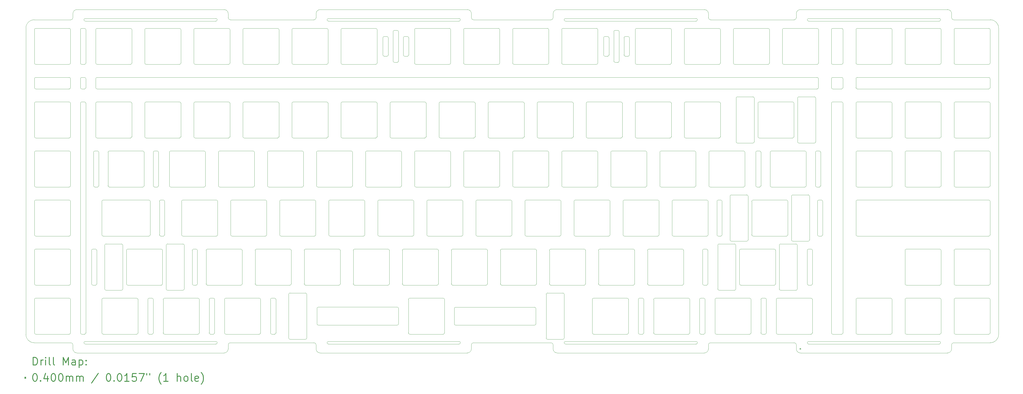
<source format=gbr>
%FSLAX45Y45*%
G04 Gerber Fmt 4.5, Leading zero omitted, Abs format (unit mm)*
G04 Created by KiCad (PCBNEW (5.1.10)-1) date 2022-01-09 14:06:08*
%MOMM*%
%LPD*%
G01*
G04 APERTURE LIST*
%TA.AperFunction,Profile*%
%ADD10C,0.100000*%
%TD*%
%ADD11C,0.200000*%
%ADD12C,0.300000*%
G04 APERTURE END LIST*
D10*
X20080610Y-28861310D02*
G75*
G02*
X20030610Y-28811310I0J50000D01*
G01*
X34367210Y-28861310D02*
X29287530Y-28861310D01*
X15715260Y-28861310D02*
X10635580Y-28861310D01*
X15715260Y-28761310D02*
G75*
G02*
X15765260Y-28811310I0J-50000D01*
G01*
X34417210Y-28811310D02*
G75*
G02*
X34367210Y-28861310I-50000J0D01*
G01*
X38682560Y-28811310D02*
G75*
G02*
X38732560Y-28761310I50000J0D01*
G01*
X20030610Y-28811310D02*
G75*
G02*
X20080610Y-28761310I50000J0D01*
G01*
X38732560Y-28861310D02*
G75*
G02*
X38682560Y-28811310I0J50000D01*
G01*
X15765260Y-28811310D02*
G75*
G02*
X15715260Y-28861310I-50000J0D01*
G01*
X34367210Y-28761310D02*
G75*
G02*
X34417210Y-28811310I0J-50000D01*
G01*
X43812240Y-28861310D02*
X38732560Y-28861310D01*
X25160290Y-28861310D02*
X20080610Y-28861310D01*
X38732560Y-28761310D02*
X43812240Y-28761310D01*
X29287530Y-28761310D02*
X34367210Y-28761310D01*
X29287530Y-28861310D02*
G75*
G02*
X29237530Y-28811310I0J50000D01*
G01*
X29237530Y-28811310D02*
G75*
G02*
X29287530Y-28761310I50000J0D01*
G01*
X43862240Y-28811310D02*
G75*
G02*
X43812240Y-28861310I-50000J0D01*
G01*
X43812240Y-28761310D02*
G75*
G02*
X43862240Y-28811310I0J-50000D01*
G01*
X25210290Y-28811310D02*
G75*
G02*
X25160290Y-28861310I-50000J0D01*
G01*
X10585580Y-28811310D02*
G75*
G02*
X10635580Y-28761310I50000J0D01*
G01*
X10635580Y-28761310D02*
X15715260Y-28761310D01*
X10635580Y-28861310D02*
G75*
G02*
X10585580Y-28811310I0J50000D01*
G01*
X20080610Y-28761310D02*
X25160290Y-28761310D01*
X25160290Y-28761310D02*
G75*
G02*
X25210290Y-28811310I0J-50000D01*
G01*
X34367210Y-16220850D02*
G75*
G02*
X34417210Y-16270850I0J-50000D01*
G01*
X38732560Y-16220850D02*
X43812240Y-16220850D01*
X38732560Y-16320850D02*
G75*
G02*
X38682560Y-16270850I0J50000D01*
G01*
X34417210Y-16270850D02*
G75*
G02*
X34367210Y-16320850I-50000J0D01*
G01*
X38682560Y-16270850D02*
G75*
G02*
X38732560Y-16220850I50000J0D01*
G01*
X29287530Y-16220850D02*
X34367210Y-16220850D01*
X29237530Y-16270850D02*
G75*
G02*
X29287530Y-16220850I50000J0D01*
G01*
X43862240Y-16270850D02*
G75*
G02*
X43812240Y-16320850I-50000J0D01*
G01*
X43812240Y-16320850D02*
X38732560Y-16320850D01*
X43812240Y-16220850D02*
G75*
G02*
X43862240Y-16270850I0J-50000D01*
G01*
X34367210Y-16320850D02*
X29287530Y-16320850D01*
X29287530Y-16320850D02*
G75*
G02*
X29237530Y-16270850I0J50000D01*
G01*
X25160290Y-16320850D02*
X20080610Y-16320850D01*
X25160290Y-16220850D02*
G75*
G02*
X25210290Y-16270850I0J-50000D01*
G01*
X25210290Y-16270850D02*
G75*
G02*
X25160290Y-16320850I-50000J0D01*
G01*
X20030610Y-16270850D02*
G75*
G02*
X20080610Y-16220850I50000J0D01*
G01*
X20080610Y-16220850D02*
X25160290Y-16220850D01*
X20080610Y-16320850D02*
G75*
G02*
X20030610Y-16270850I0J50000D01*
G01*
X15715260Y-16320850D02*
X10635580Y-16320850D01*
X10635580Y-16220850D02*
X15715260Y-16220850D01*
X15765260Y-16270850D02*
G75*
G02*
X15715260Y-16320850I-50000J0D01*
G01*
X15715260Y-16220850D02*
G75*
G02*
X15765260Y-16270850I0J-50000D01*
G01*
X10635580Y-16320850D02*
G75*
G02*
X10585580Y-16270850I0J50000D01*
G01*
X10585580Y-16270850D02*
G75*
G02*
X10635580Y-16220850I50000J0D01*
G01*
X8651330Y-28811310D02*
X10079990Y-28811310D01*
X16270850Y-28811310D02*
X19525020Y-28811310D01*
X44367830Y-28811310D02*
X45796490Y-28811310D01*
X34922800Y-28811310D02*
X38176970Y-28811310D01*
X28731940Y-28811310D02*
X25715880Y-28811310D01*
X28811310Y-29049420D02*
X28811310Y-28890680D01*
X34684690Y-29208160D02*
X28970050Y-29208160D01*
X34922800Y-28811310D02*
G75*
G03*
X34843430Y-28890680I0J-79370D01*
G01*
X34843430Y-28890680D02*
X34843430Y-29049420D01*
X28811310Y-29049420D02*
G75*
G03*
X28970050Y-29208160I158740J0D01*
G01*
X34684690Y-29208160D02*
G75*
G03*
X34843430Y-29049420I0J158740D01*
G01*
X28811310Y-28890680D02*
G75*
G03*
X28731940Y-28811310I-79370J0D01*
G01*
X38256340Y-29049420D02*
X38256340Y-28890680D01*
X19604390Y-29049420D02*
G75*
G03*
X19763130Y-29208160I158740J0D01*
G01*
X16032740Y-29208160D02*
G75*
G03*
X16191480Y-29049420I0J158740D01*
G01*
X16191480Y-28890680D02*
X16191480Y-29049420D01*
X19604390Y-29049420D02*
X19604390Y-28890680D01*
X44288460Y-28890680D02*
X44288460Y-29049420D01*
X44129720Y-29208160D02*
X38415080Y-29208160D01*
X44367830Y-28811310D02*
G75*
G03*
X44288460Y-28890680I0J-79370D01*
G01*
X44129720Y-29208160D02*
G75*
G03*
X44288460Y-29049420I0J158740D01*
G01*
X25715880Y-28811310D02*
G75*
G03*
X25636510Y-28890680I0J-79370D01*
G01*
X38256340Y-29049420D02*
G75*
G03*
X38415080Y-29208160I158740J0D01*
G01*
X16270850Y-28811310D02*
G75*
G03*
X16191480Y-28890680I0J-79370D01*
G01*
X16032740Y-29208160D02*
X10318100Y-29208160D01*
X25636510Y-28890680D02*
X25636510Y-29049420D01*
X10159360Y-28890680D02*
G75*
G03*
X10079990Y-28811310I-79370J0D01*
G01*
X38256340Y-28890680D02*
G75*
G03*
X38176970Y-28811310I-79370J0D01*
G01*
X25477770Y-29208160D02*
X19763130Y-29208160D01*
X10159360Y-29049420D02*
X10159360Y-28890680D01*
X10159360Y-29049420D02*
G75*
G03*
X10318100Y-29208160I158740J0D01*
G01*
X25477770Y-29208160D02*
G75*
G03*
X25636510Y-29049420I0J158740D01*
G01*
X19604390Y-28890680D02*
G75*
G03*
X19525020Y-28811310I-79370J0D01*
G01*
X8651330Y-16270850D02*
X10079990Y-16270850D01*
X16270850Y-16270850D02*
X19525020Y-16270850D01*
X44367830Y-16270850D02*
X45796490Y-16270850D01*
X34922800Y-16270850D02*
X38176970Y-16270850D01*
X29191345Y-28680220D02*
X28591345Y-28680220D01*
X28591345Y-28680220D02*
G75*
G02*
X28541345Y-28630220I0J50000D01*
G01*
X29241345Y-28630220D02*
G75*
G02*
X29191345Y-28680220I-50000J0D01*
G01*
X18591345Y-28680220D02*
G75*
G02*
X18541345Y-28630220I0J50000D01*
G01*
X19241345Y-28630220D02*
G75*
G02*
X19191345Y-28680220I-50000J0D01*
G01*
X19191345Y-28680220D02*
X18591345Y-28680220D01*
X28731940Y-16270850D02*
X25715880Y-16270850D01*
X28811310Y-16032740D02*
G75*
G02*
X28970050Y-15874000I158740J0D01*
G01*
X28811310Y-16032740D02*
X28811310Y-16191480D01*
X34922800Y-16270850D02*
G75*
G02*
X34843430Y-16191480I0J79370D01*
G01*
X34843430Y-16191480D02*
X34843430Y-16032740D01*
X34684690Y-15874000D02*
X28970050Y-15874000D01*
X34684690Y-15874000D02*
G75*
G02*
X34843430Y-16032740I0J-158740D01*
G01*
X28811310Y-16191480D02*
G75*
G02*
X28731940Y-16270850I-79370J0D01*
G01*
X8333850Y-28493830D02*
X8333850Y-16588330D01*
X46113970Y-28493830D02*
X46113970Y-16588330D01*
X14842870Y-26574980D02*
G75*
G02*
X14792870Y-26524980I0J50000D01*
G01*
X14992870Y-25224980D02*
X14992870Y-26524980D01*
X11085470Y-26524980D02*
G75*
G02*
X11035470Y-26574980I-50000J0D01*
G01*
X14942870Y-25174980D02*
G75*
G02*
X14992870Y-25224980I0J-50000D01*
G01*
X14842870Y-25174980D02*
X14942870Y-25174980D01*
X10885470Y-25224980D02*
X10885470Y-26524980D01*
X14842870Y-26574980D02*
X14942870Y-26574980D01*
X10885470Y-25224980D02*
G75*
G02*
X10935470Y-25174980I50000J0D01*
G01*
X14792870Y-25224980D02*
G75*
G02*
X14842870Y-25174980I50000J0D01*
G01*
X10935470Y-26574980D02*
G75*
G02*
X10885470Y-26524980I0J50000D01*
G01*
X11035470Y-25174980D02*
G75*
G02*
X11085470Y-25224980I0J-50000D01*
G01*
X14992870Y-26524980D02*
G75*
G02*
X14942870Y-26574980I-50000J0D01*
G01*
X14792870Y-25224980D02*
X14792870Y-26524980D01*
X10935470Y-25174980D02*
X11035470Y-25174980D01*
X10935470Y-26574980D02*
X11035470Y-26574980D01*
X11085470Y-25224980D02*
X11085470Y-26524980D01*
X11445340Y-24974380D02*
G75*
G03*
X11395340Y-25024380I0J-50000D01*
G01*
X11445340Y-24974380D02*
X12045340Y-24974380D01*
X12095340Y-25024380D02*
G75*
G03*
X12045340Y-24974380I-50000J0D01*
G01*
X14482940Y-25024380D02*
X14482940Y-26724860D01*
X13782940Y-25024380D02*
X13782940Y-26724860D01*
X14482940Y-26724860D02*
G75*
G02*
X14432940Y-26774860I-50000J0D01*
G01*
X13832940Y-24974380D02*
G75*
G03*
X13782940Y-25024380I0J-50000D01*
G01*
X11395340Y-26724860D02*
X11395340Y-25024380D01*
X13832940Y-26774860D02*
G75*
G02*
X13782940Y-26724860I0J50000D01*
G01*
X11445340Y-26774860D02*
G75*
G02*
X11395340Y-26724860I0J50000D01*
G01*
X12095340Y-26724860D02*
G75*
G02*
X12045340Y-26774860I-50000J0D01*
G01*
X12095340Y-26724860D02*
X12095340Y-25024380D01*
X14482940Y-25024380D02*
G75*
G03*
X14432940Y-24974380I-50000J0D01*
G01*
X13832940Y-26774860D02*
X14432940Y-26774860D01*
X11445340Y-26774860D02*
X12045340Y-26774860D01*
X13832940Y-24974380D02*
X14432940Y-24974380D01*
X13001850Y-18002720D02*
G75*
G02*
X12951850Y-17952720I0J50000D01*
G01*
X14351850Y-17952720D02*
G75*
G02*
X14301850Y-18002720I-50000J0D01*
G01*
X13001850Y-18002720D02*
X14301850Y-18002720D01*
X13001850Y-16602720D02*
X14301850Y-16602720D01*
X12951850Y-16652720D02*
G75*
G02*
X13001850Y-16602720I50000J0D01*
G01*
X14351850Y-16652720D02*
X14351850Y-17952720D01*
X12951850Y-16652720D02*
X12951850Y-17952720D01*
X14301850Y-16602720D02*
G75*
G02*
X14351850Y-16652720I0J-50000D01*
G01*
X31217295Y-17923230D02*
G75*
G02*
X31167295Y-17873230I0J50000D01*
G01*
X31167295Y-17873230D02*
X31167295Y-16731970D01*
X30979895Y-17635120D02*
G75*
G02*
X30929895Y-17685120I-50000J0D01*
G01*
X31167295Y-16731970D02*
G75*
G02*
X31217295Y-16681970I50000J0D01*
G01*
X30979895Y-17635120D02*
X30979895Y-16970080D01*
X31773595Y-17635120D02*
G75*
G02*
X31723595Y-17685120I-50000J0D01*
G01*
X30929895Y-16920080D02*
G75*
G02*
X30979895Y-16970080I0J-50000D01*
G01*
X30820445Y-17685120D02*
X30929895Y-17685120D01*
X30770445Y-17635120D02*
X30770445Y-16970080D01*
X31614145Y-16920080D02*
X31723595Y-16920080D01*
X31614145Y-17685120D02*
X31723595Y-17685120D01*
X31564145Y-17635120D02*
X31564145Y-16970080D01*
X31564145Y-16970080D02*
G75*
G02*
X31614145Y-16920080I50000J0D01*
G01*
X31217295Y-16681970D02*
X31326745Y-16681970D01*
X31614145Y-17685120D02*
G75*
G02*
X31564145Y-17635120I0J50000D01*
G01*
X31376745Y-17873230D02*
G75*
G02*
X31326745Y-17923230I-50000J0D01*
G01*
X30820445Y-17685120D02*
G75*
G02*
X30770445Y-17635120I0J50000D01*
G01*
X31217295Y-17923230D02*
X31326745Y-17923230D01*
X30770445Y-16970080D02*
G75*
G02*
X30820445Y-16920080I50000J0D01*
G01*
X30820445Y-16920080D02*
X30929895Y-16920080D01*
X31326745Y-16681970D02*
G75*
G02*
X31376745Y-16731970I0J-50000D01*
G01*
X31376745Y-17873230D02*
X31376745Y-16731970D01*
X31723595Y-16920080D02*
G75*
G02*
X31773595Y-16970080I0J-50000D01*
G01*
X31773595Y-17635120D02*
X31773595Y-16970080D01*
X22804785Y-17873230D02*
G75*
G02*
X22754785Y-17923230I-50000J0D01*
G01*
X22248485Y-17685120D02*
X22357935Y-17685120D01*
X22645335Y-16681970D02*
X22754785Y-16681970D01*
X22645335Y-17923230D02*
G75*
G02*
X22595335Y-17873230I0J50000D01*
G01*
X22198485Y-17635120D02*
X22198485Y-16970080D01*
X22198485Y-16970080D02*
G75*
G02*
X22248485Y-16920080I50000J0D01*
G01*
X22754785Y-16681970D02*
G75*
G02*
X22804785Y-16731970I0J-50000D01*
G01*
X22595335Y-17873230D02*
X22595335Y-16731970D01*
X22804785Y-17873230D02*
X22804785Y-16731970D01*
X22595335Y-16731970D02*
G75*
G02*
X22645335Y-16681970I50000J0D01*
G01*
X22407935Y-17635120D02*
G75*
G02*
X22357935Y-17685120I-50000J0D01*
G01*
X22248485Y-16920080D02*
X22357935Y-16920080D01*
X22248485Y-17685120D02*
G75*
G02*
X22198485Y-17635120I0J50000D01*
G01*
X22357935Y-16920080D02*
G75*
G02*
X22407935Y-16970080I0J-50000D01*
G01*
X22407935Y-17635120D02*
X22407935Y-16970080D01*
X22645335Y-17923230D02*
X22754785Y-17923230D01*
X23042185Y-17685120D02*
X23151635Y-17685120D01*
X22992185Y-17635120D02*
X22992185Y-16970080D01*
X23042185Y-16920080D02*
X23151635Y-16920080D01*
X23042185Y-17685120D02*
G75*
G02*
X22992185Y-17635120I0J50000D01*
G01*
X23151635Y-16920080D02*
G75*
G02*
X23201635Y-16970080I0J-50000D01*
G01*
X23201635Y-17635120D02*
G75*
G02*
X23151635Y-17685120I-50000J0D01*
G01*
X22992185Y-16970080D02*
G75*
G02*
X23042185Y-16920080I50000J0D01*
G01*
X23201635Y-17635120D02*
X23201635Y-16970080D01*
X32169735Y-28479440D02*
X32279185Y-28479440D01*
X32329185Y-28429440D02*
G75*
G02*
X32279185Y-28479440I-50000J0D01*
G01*
X32169735Y-28479440D02*
G75*
G02*
X32119735Y-28429440I0J50000D01*
G01*
X32169735Y-27079440D02*
X32279185Y-27079440D01*
X32279185Y-27079440D02*
G75*
G02*
X32329185Y-27129440I0J-50000D01*
G01*
X32329185Y-28429440D02*
X32329185Y-27129440D01*
X32119735Y-28429440D02*
X32119735Y-27129440D01*
X32119735Y-27129440D02*
G75*
G02*
X32169735Y-27079440I50000J0D01*
G01*
X34710285Y-28429440D02*
X34710285Y-27129440D01*
X34660285Y-27079440D02*
G75*
G02*
X34710285Y-27129440I0J-50000D01*
G01*
X34550835Y-28479440D02*
X34660285Y-28479440D01*
X34710285Y-28429440D02*
G75*
G02*
X34660285Y-28479440I-50000J0D01*
G01*
X34500835Y-27129440D02*
G75*
G02*
X34550835Y-27079440I50000J0D01*
G01*
X34550835Y-28479440D02*
G75*
G02*
X34500835Y-28429440I0J50000D01*
G01*
X34500835Y-28429440D02*
X34500835Y-27129440D01*
X34550835Y-27079440D02*
X34660285Y-27079440D01*
X36931935Y-27079440D02*
X37041385Y-27079440D01*
X36931935Y-28479440D02*
G75*
G02*
X36881935Y-28429440I0J50000D01*
G01*
X36881935Y-28429440D02*
X36881935Y-27129440D01*
X37041385Y-27079440D02*
G75*
G02*
X37091385Y-27129440I0J-50000D01*
G01*
X36931935Y-28479440D02*
X37041385Y-28479440D01*
X37091385Y-28429440D02*
X37091385Y-27129440D01*
X36881935Y-27129440D02*
G75*
G02*
X36931935Y-27079440I50000J0D01*
G01*
X37091385Y-28429440D02*
G75*
G02*
X37041385Y-28479440I-50000J0D01*
G01*
X18042585Y-28429440D02*
G75*
G02*
X17992585Y-28479440I-50000J0D01*
G01*
X17833135Y-28429440D02*
X17833135Y-27129440D01*
X17883135Y-27079440D02*
X17992585Y-27079440D01*
X17883135Y-28479440D02*
X17992585Y-28479440D01*
X18042585Y-28429440D02*
X18042585Y-27129440D01*
X17883135Y-28479440D02*
G75*
G02*
X17833135Y-28429440I0J50000D01*
G01*
X17992585Y-27079440D02*
G75*
G02*
X18042585Y-27129440I0J-50000D01*
G01*
X17833135Y-27129440D02*
G75*
G02*
X17883135Y-27079440I50000J0D01*
G01*
X15661485Y-28429440D02*
G75*
G02*
X15611485Y-28479440I-50000J0D01*
G01*
X15502035Y-27079440D02*
X15611485Y-27079440D01*
X15661485Y-28429440D02*
X15661485Y-27129440D01*
X15502035Y-28479440D02*
X15611485Y-28479440D01*
X15502035Y-28479440D02*
G75*
G02*
X15452035Y-28429440I0J50000D01*
G01*
X15611485Y-27079440D02*
G75*
G02*
X15661485Y-27129440I0J-50000D01*
G01*
X15452035Y-27129440D02*
G75*
G02*
X15502035Y-27079440I50000J0D01*
G01*
X15452035Y-28429440D02*
X15452035Y-27129440D01*
X13230385Y-27079440D02*
G75*
G02*
X13280385Y-27129440I0J-50000D01*
G01*
X13070935Y-28429440D02*
X13070935Y-27129440D01*
X13280385Y-28429440D02*
G75*
G02*
X13230385Y-28479440I-50000J0D01*
G01*
X13120935Y-28479440D02*
X13230385Y-28479440D01*
X13120935Y-28479440D02*
G75*
G02*
X13070935Y-28429440I0J50000D01*
G01*
X13120935Y-27079440D02*
X13230385Y-27079440D01*
X13280385Y-28429440D02*
X13280385Y-27129440D01*
X13070935Y-27129440D02*
G75*
G02*
X13120935Y-27079440I50000J0D01*
G01*
X10501725Y-18955040D02*
X10611175Y-18955040D01*
X10451725Y-18905040D02*
X10451725Y-18557480D01*
X10451725Y-18557480D02*
G75*
G02*
X10501725Y-18507480I50000J0D01*
G01*
X10661175Y-18905040D02*
G75*
G02*
X10611175Y-18955040I-50000J0D01*
G01*
X10501725Y-18507480D02*
X10611175Y-18507480D01*
X10501725Y-18955040D02*
G75*
G02*
X10451725Y-18905040I0J50000D01*
G01*
X10611175Y-18507480D02*
G75*
G02*
X10661175Y-18557480I0J-50000D01*
G01*
X10661175Y-18905040D02*
X10661175Y-18557480D01*
X10065900Y-18905040D02*
G75*
G02*
X10015900Y-18955040I-50000J0D01*
G01*
X8715900Y-18955040D02*
G75*
G02*
X8665900Y-18905040I0J50000D01*
G01*
X10015900Y-18507480D02*
G75*
G02*
X10065900Y-18557480I0J-50000D01*
G01*
X8665900Y-18557480D02*
G75*
G02*
X8715900Y-18507480I50000J0D01*
G01*
X10065900Y-18905040D02*
X10065900Y-18557480D01*
X8665900Y-18905040D02*
X8665900Y-18557480D01*
X8715900Y-18955040D02*
X10015900Y-18955040D01*
X8715900Y-18507480D02*
X10015900Y-18507480D01*
X39230090Y-23270100D02*
G75*
G02*
X39280090Y-23320100I0J-50000D01*
G01*
X39280090Y-24620100D02*
G75*
G02*
X39230090Y-24670100I-50000J0D01*
G01*
X39130090Y-24670100D02*
G75*
G02*
X39080090Y-24620100I0J50000D01*
G01*
X39080090Y-23320100D02*
X39080090Y-24620100D01*
X39130090Y-24670100D02*
X39230090Y-24670100D01*
X39130090Y-23270100D02*
X39230090Y-23270100D01*
X39080090Y-23320100D02*
G75*
G02*
X39130090Y-23270100I50000J0D01*
G01*
X39280090Y-23320100D02*
X39280090Y-24620100D01*
X35172690Y-23320100D02*
G75*
G02*
X35222690Y-23270100I50000J0D01*
G01*
X35172690Y-23320100D02*
X35172690Y-24620100D01*
X35222690Y-24670100D02*
G75*
G02*
X35172690Y-24620100I0J50000D01*
G01*
X35372690Y-24620100D02*
G75*
G02*
X35322690Y-24670100I-50000J0D01*
G01*
X35322690Y-23270100D02*
G75*
G02*
X35372690Y-23320100I0J-50000D01*
G01*
X35222690Y-23270100D02*
X35322690Y-23270100D01*
X35222690Y-24670100D02*
X35322690Y-24670100D01*
X35372690Y-23320100D02*
X35372690Y-24620100D01*
X38683240Y-25224980D02*
X38683240Y-26524980D01*
X38733240Y-26574980D02*
G75*
G02*
X38683240Y-26524980I0J50000D01*
G01*
X38683240Y-25224980D02*
G75*
G02*
X38733240Y-25174980I50000J0D01*
G01*
X38833240Y-25174980D02*
G75*
G02*
X38883240Y-25224980I0J-50000D01*
G01*
X38883240Y-25224980D02*
X38883240Y-26524980D01*
X38733240Y-25174980D02*
X38833240Y-25174980D01*
X38733240Y-26574980D02*
X38833240Y-26574980D01*
X38883240Y-26524980D02*
G75*
G02*
X38833240Y-26574980I-50000J0D01*
G01*
X34767100Y-25174980D02*
G75*
G02*
X34817100Y-25224980I0J-50000D01*
G01*
X34667100Y-26574980D02*
G75*
G02*
X34617100Y-26524980I0J50000D01*
G01*
X34667100Y-26574980D02*
X34767100Y-26574980D01*
X34617100Y-25224980D02*
G75*
G02*
X34667100Y-25174980I50000J0D01*
G01*
X34617100Y-25224980D02*
X34617100Y-26524980D01*
X34817100Y-25224980D02*
X34817100Y-26524980D01*
X34667100Y-25174980D02*
X34767100Y-25174980D01*
X34817100Y-26524980D02*
G75*
G02*
X34767100Y-26574980I-50000J0D01*
G01*
X10451725Y-16652600D02*
G75*
G02*
X10501725Y-16602600I50000J0D01*
G01*
X10661175Y-17952600D02*
X10661175Y-16652600D01*
X10611175Y-16602600D02*
G75*
G02*
X10661175Y-16652600I0J-50000D01*
G01*
X10451725Y-17952600D02*
X10451725Y-16652600D01*
X10661175Y-17952600D02*
G75*
G02*
X10611175Y-18002600I-50000J0D01*
G01*
X10501725Y-18002600D02*
G75*
G02*
X10451725Y-17952600I0J50000D01*
G01*
X10501725Y-16602600D02*
X10611175Y-16602600D01*
X10501725Y-18002600D02*
X10611175Y-18002600D01*
X37400140Y-25174860D02*
G75*
G02*
X37450140Y-25224860I0J-50000D01*
G01*
X28591345Y-26878780D02*
G75*
G03*
X28541345Y-26928780I0J-50000D01*
G01*
X29241345Y-26928780D02*
G75*
G03*
X29191345Y-26878780I-50000J0D01*
G01*
X29191345Y-26878780D02*
X28591345Y-26878780D01*
X18591345Y-26878780D02*
G75*
G03*
X18541345Y-26928780I0J-50000D01*
G01*
X19241345Y-26928780D02*
G75*
G03*
X19191345Y-26878780I-50000J0D01*
G01*
X19191345Y-26878780D02*
X18591345Y-26878780D01*
X12289140Y-25174860D02*
X13589140Y-25174860D01*
X13639140Y-25224860D02*
X13639140Y-26524860D01*
X13589140Y-25174860D02*
G75*
G02*
X13639140Y-25224860I0J-50000D01*
G01*
X13639140Y-26524860D02*
G75*
G02*
X13589140Y-26574860I-50000J0D01*
G01*
X12289140Y-26574860D02*
G75*
G02*
X12239140Y-26524860I0J50000D01*
G01*
X12239140Y-25224860D02*
X12239140Y-26524860D01*
X12239140Y-25224860D02*
G75*
G02*
X12289140Y-25174860I50000J0D01*
G01*
X12289140Y-26574860D02*
X13589140Y-26574860D01*
X35256340Y-24974380D02*
G75*
G03*
X35206340Y-25024380I0J-50000D01*
G01*
X35256340Y-24974380D02*
X35856340Y-24974380D01*
X35906340Y-25024380D02*
G75*
G03*
X35856340Y-24974380I-50000J0D01*
G01*
X36050140Y-25224860D02*
G75*
G02*
X36100140Y-25174860I50000J0D01*
G01*
X38293940Y-25024380D02*
X38293940Y-26724860D01*
X36100140Y-26574860D02*
G75*
G02*
X36050140Y-26524860I0J50000D01*
G01*
X36100140Y-26574860D02*
X37400140Y-26574860D01*
X36050140Y-25224860D02*
X36050140Y-26524860D01*
X37593940Y-25024380D02*
X37593940Y-26724860D01*
X38293940Y-26724860D02*
G75*
G02*
X38243940Y-26774860I-50000J0D01*
G01*
X37643940Y-24974380D02*
G75*
G03*
X37593940Y-25024380I0J-50000D01*
G01*
X35206340Y-26724860D02*
X35206340Y-25024380D01*
X37643940Y-26774860D02*
G75*
G02*
X37593940Y-26724860I0J50000D01*
G01*
X35256340Y-26774860D02*
G75*
G02*
X35206340Y-26724860I0J50000D01*
G01*
X35906340Y-26724860D02*
G75*
G02*
X35856340Y-26774860I-50000J0D01*
G01*
X35906340Y-26724860D02*
X35906340Y-25024380D01*
X37450140Y-26524860D02*
G75*
G02*
X37400140Y-26574860I-50000J0D01*
G01*
X36100140Y-25174860D02*
X37400140Y-25174860D01*
X38293940Y-25024380D02*
G75*
G03*
X38243940Y-24974380I-50000J0D01*
G01*
X37643940Y-26774860D02*
X38243940Y-26774860D01*
X35256340Y-26774860D02*
X35856340Y-26774860D01*
X37643940Y-24974380D02*
X38243940Y-24974380D01*
X37450140Y-25224860D02*
X37450140Y-26524860D01*
X35732560Y-24869980D02*
X36332560Y-24869980D01*
X36382560Y-24819980D02*
G75*
G02*
X36332560Y-24869980I-50000J0D01*
G01*
X35732560Y-24869980D02*
G75*
G02*
X35682560Y-24819980I0J50000D01*
G01*
X35732560Y-23069500D02*
G75*
G03*
X35682560Y-23119500I0J-50000D01*
G01*
X35682560Y-24819980D02*
X35682560Y-23119500D01*
X35732560Y-23069500D02*
X36332560Y-23069500D01*
X36382560Y-24819980D02*
X36382560Y-23119500D01*
X36382560Y-23119500D02*
G75*
G03*
X36332560Y-23069500I-50000J0D01*
G01*
X38120160Y-23069500D02*
G75*
G03*
X38070160Y-23119500I0J-50000D01*
G01*
X38770160Y-23119500D02*
G75*
G03*
X38720160Y-23069500I-50000J0D01*
G01*
X38120160Y-23069500D02*
X38720160Y-23069500D01*
X37876360Y-23269980D02*
G75*
G02*
X37926360Y-23319980I0J-50000D01*
G01*
X36526360Y-23319980D02*
G75*
G02*
X36576360Y-23269980I50000J0D01*
G01*
X36576360Y-24669980D02*
X37876360Y-24669980D01*
X38120160Y-24869980D02*
X38720160Y-24869980D01*
X38070160Y-23119500D02*
X38070160Y-24819980D01*
X37926360Y-23319980D02*
X37926360Y-24619980D01*
X36526360Y-23319980D02*
X36526360Y-24619980D01*
X36576360Y-24669980D02*
G75*
G02*
X36526360Y-24619980I0J50000D01*
G01*
X38770160Y-23119500D02*
X38770160Y-24819980D01*
X37926360Y-24619980D02*
G75*
G02*
X37876360Y-24669980I-50000J0D01*
G01*
X38120160Y-24869980D02*
G75*
G02*
X38070160Y-24819980I0J50000D01*
G01*
X36576360Y-23269980D02*
X37876360Y-23269980D01*
X38770160Y-24819980D02*
G75*
G02*
X38720160Y-24869980I-50000J0D01*
G01*
X38358270Y-19259740D02*
X38958270Y-19259740D01*
X38358270Y-19259740D02*
G75*
G03*
X38308270Y-19309740I0J-50000D01*
G01*
X39008270Y-19309740D02*
G75*
G03*
X38958270Y-19259740I-50000J0D01*
G01*
X35970670Y-19259740D02*
X36570670Y-19259740D01*
X36620670Y-21010220D02*
X36620670Y-19309740D01*
X35920670Y-21010220D02*
X35920670Y-19309740D01*
X35970670Y-19259740D02*
G75*
G03*
X35920670Y-19309740I0J-50000D01*
G01*
X36620670Y-19309740D02*
G75*
G03*
X36570670Y-19259740I-50000J0D01*
G01*
X42529470Y-18002900D02*
X43829470Y-18002900D01*
X42529470Y-18002900D02*
G75*
G02*
X42479470Y-17952900I0J50000D01*
G01*
X42479470Y-16652900D02*
G75*
G02*
X42529470Y-16602900I50000J0D01*
G01*
X42529470Y-16602900D02*
X43829470Y-16602900D01*
X43879470Y-16652900D02*
X43879470Y-17952900D01*
X43879470Y-17952900D02*
G75*
G02*
X43829470Y-18002900I-50000J0D01*
G01*
X43829470Y-16602900D02*
G75*
G02*
X43879470Y-16652900I0J-50000D01*
G01*
X42479470Y-16652900D02*
X42479470Y-17952900D01*
X10661175Y-28429440D02*
X10661175Y-19509920D01*
X10611175Y-19459920D02*
G75*
G02*
X10661175Y-19509920I0J-50000D01*
G01*
X10501725Y-19459920D02*
X10611175Y-19459920D01*
X10451725Y-28429440D02*
X10451725Y-19509920D01*
X10451725Y-19509920D02*
G75*
G02*
X10501725Y-19459920I50000J0D01*
G01*
X10501725Y-28479440D02*
G75*
G02*
X10451725Y-28429440I0J50000D01*
G01*
X10501725Y-28479440D02*
X10611175Y-28479440D01*
X10661175Y-28429440D02*
G75*
G02*
X10611175Y-28479440I-50000J0D01*
G01*
X44434470Y-25175340D02*
X45734470Y-25175340D01*
X44434470Y-26575340D02*
G75*
G02*
X44384470Y-26525340I0J50000D01*
G01*
X44384470Y-25225340D02*
X44384470Y-26525340D01*
X45734470Y-25175340D02*
G75*
G02*
X45784470Y-25225340I0J-50000D01*
G01*
X45784470Y-26525340D02*
G75*
G02*
X45734470Y-26575340I-50000J0D01*
G01*
X45784470Y-25225340D02*
X45784470Y-26525340D01*
X44434470Y-26575340D02*
X45734470Y-26575340D01*
X44384470Y-25225340D02*
G75*
G02*
X44434470Y-25175340I50000J0D01*
G01*
X40574470Y-21415100D02*
G75*
G02*
X40624470Y-21365100I50000J0D01*
G01*
X44434470Y-22765100D02*
G75*
G02*
X44384470Y-22715100I0J50000D01*
G01*
X40624470Y-22765100D02*
G75*
G02*
X40574470Y-22715100I0J50000D01*
G01*
X41974470Y-22715100D02*
G75*
G02*
X41924470Y-22765100I-50000J0D01*
G01*
X44434470Y-22765100D02*
X45734470Y-22765100D01*
X42529470Y-22765100D02*
X43829470Y-22765100D01*
X42529470Y-22765100D02*
G75*
G02*
X42479470Y-22715100I0J50000D01*
G01*
X42479470Y-21415100D02*
G75*
G02*
X42529470Y-21365100I50000J0D01*
G01*
X42529470Y-21365100D02*
X43829470Y-21365100D01*
X44384470Y-21415100D02*
G75*
G02*
X44434470Y-21365100I50000J0D01*
G01*
X43879470Y-21415100D02*
X43879470Y-22715100D01*
X45734470Y-21365100D02*
G75*
G02*
X45784470Y-21415100I0J-50000D01*
G01*
X40624470Y-22765100D02*
X41924470Y-22765100D01*
X41974470Y-21415100D02*
X41974470Y-22715100D01*
X44434470Y-21365100D02*
X45734470Y-21365100D01*
X44384470Y-21415100D02*
X44384470Y-22715100D01*
X45784470Y-22715100D02*
G75*
G02*
X45734470Y-22765100I-50000J0D01*
G01*
X41924470Y-21365100D02*
G75*
G02*
X41974470Y-21415100I0J-50000D01*
G01*
X43879470Y-22715100D02*
G75*
G02*
X43829470Y-22765100I-50000J0D01*
G01*
X43829470Y-21365100D02*
G75*
G02*
X43879470Y-21415100I0J-50000D01*
G01*
X45784470Y-21415100D02*
X45784470Y-22715100D01*
X42479470Y-21415100D02*
X42479470Y-22715100D01*
X40624470Y-21365100D02*
X41924470Y-21365100D01*
X40574470Y-21415100D02*
X40574470Y-22715100D01*
X39670200Y-18955040D02*
X40017760Y-18955040D01*
X39670200Y-18507480D02*
X40017760Y-18507480D01*
X40067760Y-18905040D02*
X40067760Y-18557480D01*
X39620200Y-18905040D02*
X39620200Y-18557480D01*
X39670200Y-18955040D02*
G75*
G02*
X39620200Y-18905040I0J50000D01*
G01*
X40017760Y-18507480D02*
G75*
G02*
X40067760Y-18557480I0J-50000D01*
G01*
X39620200Y-18557480D02*
G75*
G02*
X39670200Y-18507480I50000J0D01*
G01*
X40067760Y-18905040D02*
G75*
G02*
X40017760Y-18955040I-50000J0D01*
G01*
X45782100Y-18904860D02*
X45782100Y-18557300D01*
X40572340Y-18904860D02*
X40572340Y-18557300D01*
X45732100Y-18507300D02*
X40622340Y-18507300D01*
X45732100Y-18954860D02*
X40622340Y-18954860D01*
X45782100Y-18904860D02*
G75*
G02*
X45732100Y-18954860I-50000J0D01*
G01*
X40572340Y-18557300D02*
G75*
G02*
X40622340Y-18507300I50000J0D01*
G01*
X40622340Y-18954860D02*
G75*
G02*
X40572340Y-18904860I0J50000D01*
G01*
X45732100Y-18507300D02*
G75*
G02*
X45782100Y-18557300I0J-50000D01*
G01*
X39670200Y-28479440D02*
X40017760Y-28479440D01*
X39670200Y-19459920D02*
X40017760Y-19459920D01*
X40067760Y-28429440D02*
X40067760Y-19509920D01*
X39620200Y-28429440D02*
X39620200Y-19509920D01*
X39670200Y-28479440D02*
G75*
G02*
X39620200Y-28429440I0J50000D01*
G01*
X40017760Y-19459920D02*
G75*
G02*
X40067760Y-19509920I0J-50000D01*
G01*
X39620200Y-19509920D02*
G75*
G02*
X39670200Y-19459920I50000J0D01*
G01*
X40067760Y-28429440D02*
G75*
G02*
X40017760Y-28479440I-50000J0D01*
G01*
X39620200Y-16652600D02*
G75*
G02*
X39670200Y-16602600I50000J0D01*
G01*
X39670200Y-16602600D02*
X40017760Y-16602600D01*
X40067760Y-17952600D02*
X40067760Y-16652600D01*
X39620200Y-17952600D02*
X39620200Y-16652600D01*
X40017760Y-16602600D02*
G75*
G02*
X40067760Y-16652600I0J-50000D01*
G01*
X39670200Y-18002600D02*
X40017760Y-18002600D01*
X39670200Y-18002600D02*
G75*
G02*
X39620200Y-17952600I0J50000D01*
G01*
X40067760Y-17952600D02*
G75*
G02*
X40017760Y-18002600I-50000J0D01*
G01*
X11046820Y-18557780D02*
X11046820Y-18905340D01*
X39115140Y-18557780D02*
X39115140Y-18905340D01*
X11046820Y-18557780D02*
G75*
G02*
X11096820Y-18507780I50000J0D01*
G01*
X11096820Y-18507780D02*
X39065140Y-18507780D01*
X11096820Y-18955340D02*
G75*
G02*
X11046820Y-18905340I0J50000D01*
G01*
X11096820Y-18955340D02*
X39065140Y-18955340D01*
X39065140Y-18507780D02*
G75*
G02*
X39115140Y-18557780I0J-50000D01*
G01*
X39115140Y-18905340D02*
G75*
G02*
X39065140Y-18955340I-50000J0D01*
G01*
X10065720Y-17952720D02*
G75*
G02*
X10015720Y-18002720I-50000J0D01*
G01*
X10065720Y-16652720D02*
X10065720Y-17952720D01*
X8665720Y-16652720D02*
X8665720Y-17952720D01*
X8715720Y-18002720D02*
X10015720Y-18002720D01*
X8665720Y-16652720D02*
G75*
G02*
X8715720Y-16602720I50000J0D01*
G01*
X8715720Y-16602720D02*
X10015720Y-16602720D01*
X8715720Y-18002720D02*
G75*
G02*
X8665720Y-17952720I0J50000D01*
G01*
X10015720Y-16602720D02*
G75*
G02*
X10065720Y-16652720I0J-50000D01*
G01*
X28090670Y-28130785D02*
X25023900Y-28130785D01*
X28140670Y-27480785D02*
X28140670Y-28080785D01*
X25023900Y-28130785D02*
G75*
G02*
X24973900Y-28080785I0J50000D01*
G01*
X28140670Y-28080785D02*
G75*
G02*
X28090670Y-28130785I-50000J0D01*
G01*
X24973900Y-27480785D02*
G75*
G02*
X25023900Y-27430785I50000J0D01*
G01*
X24973900Y-28080785D02*
X24973900Y-27480785D01*
X28090670Y-27430785D02*
G75*
G02*
X28140670Y-27480785I0J-50000D01*
G01*
X28090670Y-27430785D02*
X25023900Y-27430785D01*
X11335095Y-24670460D02*
X13111345Y-24670220D01*
X11335095Y-23270460D02*
X13111345Y-23270220D01*
X11285095Y-23320460D02*
G75*
G02*
X11335095Y-23270460I50000J0D01*
G01*
X11285095Y-23320460D02*
X11285095Y-24620460D01*
X11335095Y-24670460D02*
G75*
G02*
X11285095Y-24620460I0J50000D01*
G01*
X22806840Y-28078215D02*
G75*
G02*
X22756840Y-28128215I-50000J0D01*
G01*
X22756840Y-27428215D02*
G75*
G02*
X22806840Y-27478215I0J-50000D01*
G01*
X19640070Y-27478215D02*
G75*
G02*
X19690070Y-27428215I50000J0D01*
G01*
X19690070Y-28128215D02*
G75*
G02*
X19640070Y-28078215I0J50000D01*
G01*
X19690070Y-28128215D02*
X22756840Y-28128215D01*
X19640070Y-28078215D02*
X19640070Y-27478215D01*
X19690070Y-27428215D02*
X22756840Y-27428215D01*
X22806840Y-27478215D02*
X22806840Y-28078215D01*
X45784470Y-28430220D02*
G75*
G02*
X45734470Y-28480220I-50000J0D01*
G01*
X44434470Y-28480220D02*
G75*
G02*
X44384470Y-28430220I0J50000D01*
G01*
X45734470Y-27080220D02*
G75*
G02*
X45784470Y-27130220I0J-50000D01*
G01*
X44384470Y-27130220D02*
G75*
G02*
X44434470Y-27080220I50000J0D01*
G01*
X45784470Y-27130220D02*
X45784470Y-28430220D01*
X44384470Y-27130220D02*
X44384470Y-28430220D01*
X44434470Y-28480220D02*
X45734470Y-28480220D01*
X44434470Y-27080220D02*
X45734470Y-27080220D01*
X43879470Y-28430220D02*
G75*
G02*
X43829470Y-28480220I-50000J0D01*
G01*
X42529470Y-28480220D02*
G75*
G02*
X42479470Y-28430220I0J50000D01*
G01*
X43829470Y-27080220D02*
G75*
G02*
X43879470Y-27130220I0J-50000D01*
G01*
X42479470Y-27130220D02*
G75*
G02*
X42529470Y-27080220I50000J0D01*
G01*
X43879470Y-27130220D02*
X43879470Y-28430220D01*
X42479470Y-27130220D02*
X42479470Y-28430220D01*
X42529470Y-28480220D02*
X43829470Y-28480220D01*
X42529470Y-27080220D02*
X43829470Y-27080220D01*
X41974470Y-28430220D02*
G75*
G02*
X41924470Y-28480220I-50000J0D01*
G01*
X40624470Y-28480220D02*
G75*
G02*
X40574470Y-28430220I0J50000D01*
G01*
X41924470Y-27080220D02*
G75*
G02*
X41974470Y-27130220I0J-50000D01*
G01*
X40574470Y-27130220D02*
G75*
G02*
X40624470Y-27080220I50000J0D01*
G01*
X41974470Y-27130220D02*
X41974470Y-28430220D01*
X40574470Y-27130220D02*
X40574470Y-28430220D01*
X40624470Y-28480220D02*
X41924470Y-28480220D01*
X40624470Y-27080220D02*
X41924470Y-27080220D01*
X38878845Y-28430220D02*
G75*
G02*
X38828845Y-28480220I-50000J0D01*
G01*
X37528845Y-28480220D02*
G75*
G02*
X37478845Y-28430220I0J50000D01*
G01*
X38828845Y-27080220D02*
G75*
G02*
X38878845Y-27130220I0J-50000D01*
G01*
X37478845Y-27130220D02*
G75*
G02*
X37528845Y-27080220I50000J0D01*
G01*
X38878845Y-27130220D02*
X38878845Y-28430220D01*
X37478845Y-27130220D02*
X37478845Y-28430220D01*
X37528845Y-28480220D02*
X38828845Y-28480220D01*
X37528845Y-27080220D02*
X38828845Y-27080220D01*
X36497595Y-28430220D02*
G75*
G02*
X36447595Y-28480220I-50000J0D01*
G01*
X35147595Y-28480220D02*
G75*
G02*
X35097595Y-28430220I0J50000D01*
G01*
X36447595Y-27080220D02*
G75*
G02*
X36497595Y-27130220I0J-50000D01*
G01*
X35097595Y-27130220D02*
G75*
G02*
X35147595Y-27080220I50000J0D01*
G01*
X36497595Y-27130220D02*
X36497595Y-28430220D01*
X35097595Y-27130220D02*
X35097595Y-28430220D01*
X35147595Y-28480220D02*
X36447595Y-28480220D01*
X35147595Y-27080220D02*
X36447595Y-27080220D01*
X34116345Y-28430220D02*
G75*
G02*
X34066345Y-28480220I-50000J0D01*
G01*
X32766345Y-28480220D02*
G75*
G02*
X32716345Y-28430220I0J50000D01*
G01*
X34066345Y-27080220D02*
G75*
G02*
X34116345Y-27130220I0J-50000D01*
G01*
X32716345Y-27130220D02*
G75*
G02*
X32766345Y-27080220I50000J0D01*
G01*
X34116345Y-27130220D02*
X34116345Y-28430220D01*
X32716345Y-27130220D02*
X32716345Y-28430220D01*
X32766345Y-28480220D02*
X34066345Y-28480220D01*
X32766345Y-27080220D02*
X34066345Y-27080220D01*
X31735095Y-28430220D02*
G75*
G02*
X31685095Y-28480220I-50000J0D01*
G01*
X30385095Y-28480220D02*
G75*
G02*
X30335095Y-28430220I0J50000D01*
G01*
X31685095Y-27080220D02*
G75*
G02*
X31735095Y-27130220I0J-50000D01*
G01*
X30335095Y-27130220D02*
G75*
G02*
X30385095Y-27080220I50000J0D01*
G01*
X31735095Y-27130220D02*
X31735095Y-28430220D01*
X30335095Y-27130220D02*
X30335095Y-28430220D01*
X30385095Y-28480220D02*
X31685095Y-28480220D01*
X30385095Y-27080220D02*
X31685095Y-27080220D01*
X19241345Y-26928780D02*
X19241345Y-28630220D01*
X18541345Y-26928780D02*
X18541345Y-28630220D01*
X29241345Y-26928780D02*
X29241345Y-28630220D01*
X28541345Y-26928780D02*
X28541345Y-28630220D01*
X24591345Y-28430220D02*
G75*
G02*
X24541345Y-28480220I-50000J0D01*
G01*
X23241345Y-28480220D02*
G75*
G02*
X23191345Y-28430220I0J50000D01*
G01*
X24541345Y-27080220D02*
G75*
G02*
X24591345Y-27130220I0J-50000D01*
G01*
X23191345Y-27130220D02*
G75*
G02*
X23241345Y-27080220I50000J0D01*
G01*
X24591345Y-27130220D02*
X24591345Y-28430220D01*
X23191345Y-27130220D02*
X23191345Y-28430220D01*
X23241345Y-28480220D02*
X24541345Y-28480220D01*
X23241345Y-27080220D02*
X24541345Y-27080220D01*
X17447595Y-28430220D02*
G75*
G02*
X17397595Y-28480220I-50000J0D01*
G01*
X16097595Y-28480220D02*
G75*
G02*
X16047595Y-28430220I0J50000D01*
G01*
X17397595Y-27080220D02*
G75*
G02*
X17447595Y-27130220I0J-50000D01*
G01*
X16047595Y-27130220D02*
G75*
G02*
X16097595Y-27080220I50000J0D01*
G01*
X17447595Y-27130220D02*
X17447595Y-28430220D01*
X16047595Y-27130220D02*
X16047595Y-28430220D01*
X16097595Y-28480220D02*
X17397595Y-28480220D01*
X16097595Y-27080220D02*
X17397595Y-27080220D01*
X15066345Y-28430220D02*
G75*
G02*
X15016345Y-28480220I-50000J0D01*
G01*
X13716345Y-28480220D02*
G75*
G02*
X13666345Y-28430220I0J50000D01*
G01*
X15016345Y-27080220D02*
G75*
G02*
X15066345Y-27130220I0J-50000D01*
G01*
X13666345Y-27130220D02*
G75*
G02*
X13716345Y-27080220I50000J0D01*
G01*
X15066345Y-27130220D02*
X15066345Y-28430220D01*
X13666345Y-27130220D02*
X13666345Y-28430220D01*
X13716345Y-28480220D02*
X15016345Y-28480220D01*
X13716345Y-27080220D02*
X15016345Y-27080220D01*
X12685095Y-28430220D02*
G75*
G02*
X12635095Y-28480220I-50000J0D01*
G01*
X11335095Y-28480220D02*
G75*
G02*
X11285095Y-28430220I0J50000D01*
G01*
X12635095Y-27080220D02*
G75*
G02*
X12685095Y-27130220I0J-50000D01*
G01*
X11285095Y-27130220D02*
G75*
G02*
X11335095Y-27080220I50000J0D01*
G01*
X12685095Y-27130220D02*
X12685095Y-28430220D01*
X11285095Y-27130220D02*
X11285095Y-28430220D01*
X11335095Y-28480220D02*
X12635095Y-28480220D01*
X11335095Y-27080220D02*
X12635095Y-27080220D01*
X10065720Y-28430220D02*
G75*
G02*
X10015720Y-28480220I-50000J0D01*
G01*
X8715720Y-28480220D02*
G75*
G02*
X8665720Y-28430220I0J50000D01*
G01*
X10015720Y-27080220D02*
G75*
G02*
X10065720Y-27130220I0J-50000D01*
G01*
X8665720Y-27130220D02*
G75*
G02*
X8715720Y-27080220I50000J0D01*
G01*
X10065720Y-27130220D02*
X10065720Y-28430220D01*
X8665720Y-27130220D02*
X8665720Y-28430220D01*
X8715720Y-28480220D02*
X10015720Y-28480220D01*
X8715720Y-27080220D02*
X10015720Y-27080220D01*
X43879470Y-26525220D02*
G75*
G02*
X43829470Y-26575220I-50000J0D01*
G01*
X42529470Y-26575220D02*
G75*
G02*
X42479470Y-26525220I0J50000D01*
G01*
X43829470Y-25175220D02*
G75*
G02*
X43879470Y-25225220I0J-50000D01*
G01*
X42479470Y-25225220D02*
G75*
G02*
X42529470Y-25175220I50000J0D01*
G01*
X43879470Y-25225220D02*
X43879470Y-26525220D01*
X42479470Y-25225220D02*
X42479470Y-26525220D01*
X42529470Y-26575220D02*
X43829470Y-26575220D01*
X42529470Y-25175220D02*
X43829470Y-25175220D01*
X33878220Y-26525220D02*
G75*
G02*
X33828220Y-26575220I-50000J0D01*
G01*
X32528220Y-26575220D02*
G75*
G02*
X32478220Y-26525220I0J50000D01*
G01*
X33828220Y-25175220D02*
G75*
G02*
X33878220Y-25225220I0J-50000D01*
G01*
X32478220Y-25225220D02*
G75*
G02*
X32528220Y-25175220I50000J0D01*
G01*
X33878220Y-25225220D02*
X33878220Y-26525220D01*
X32478220Y-25225220D02*
X32478220Y-26525220D01*
X32528220Y-26575220D02*
X33828220Y-26575220D01*
X32528220Y-25175220D02*
X33828220Y-25175220D01*
X31973220Y-26525220D02*
G75*
G02*
X31923220Y-26575220I-50000J0D01*
G01*
X30623220Y-26575220D02*
G75*
G02*
X30573220Y-26525220I0J50000D01*
G01*
X31923220Y-25175220D02*
G75*
G02*
X31973220Y-25225220I0J-50000D01*
G01*
X30573220Y-25225220D02*
G75*
G02*
X30623220Y-25175220I50000J0D01*
G01*
X31973220Y-25225220D02*
X31973220Y-26525220D01*
X30573220Y-25225220D02*
X30573220Y-26525220D01*
X30623220Y-26575220D02*
X31923220Y-26575220D01*
X30623220Y-25175220D02*
X31923220Y-25175220D01*
X30068220Y-26525220D02*
G75*
G02*
X30018220Y-26575220I-50000J0D01*
G01*
X28718220Y-26575220D02*
G75*
G02*
X28668220Y-26525220I0J50000D01*
G01*
X30018220Y-25175220D02*
G75*
G02*
X30068220Y-25225220I0J-50000D01*
G01*
X28668220Y-25225220D02*
G75*
G02*
X28718220Y-25175220I50000J0D01*
G01*
X30068220Y-25225220D02*
X30068220Y-26525220D01*
X28668220Y-25225220D02*
X28668220Y-26525220D01*
X28718220Y-26575220D02*
X30018220Y-26575220D01*
X28718220Y-25175220D02*
X30018220Y-25175220D01*
X28163220Y-26525220D02*
G75*
G02*
X28113220Y-26575220I-50000J0D01*
G01*
X26813220Y-26575220D02*
G75*
G02*
X26763220Y-26525220I0J50000D01*
G01*
X28113220Y-25175220D02*
G75*
G02*
X28163220Y-25225220I0J-50000D01*
G01*
X26763220Y-25225220D02*
G75*
G02*
X26813220Y-25175220I50000J0D01*
G01*
X28163220Y-25225220D02*
X28163220Y-26525220D01*
X26763220Y-25225220D02*
X26763220Y-26525220D01*
X26813220Y-26575220D02*
X28113220Y-26575220D01*
X26813220Y-25175220D02*
X28113220Y-25175220D01*
X26258220Y-26525220D02*
G75*
G02*
X26208220Y-26575220I-50000J0D01*
G01*
X24908220Y-26575220D02*
G75*
G02*
X24858220Y-26525220I0J50000D01*
G01*
X26208220Y-25175220D02*
G75*
G02*
X26258220Y-25225220I0J-50000D01*
G01*
X24858220Y-25225220D02*
G75*
G02*
X24908220Y-25175220I50000J0D01*
G01*
X26258220Y-25225220D02*
X26258220Y-26525220D01*
X24858220Y-25225220D02*
X24858220Y-26525220D01*
X24908220Y-26575220D02*
X26208220Y-26575220D01*
X24908220Y-25175220D02*
X26208220Y-25175220D01*
X24353220Y-26525220D02*
G75*
G02*
X24303220Y-26575220I-50000J0D01*
G01*
X23003220Y-26575220D02*
G75*
G02*
X22953220Y-26525220I0J50000D01*
G01*
X24303220Y-25175220D02*
G75*
G02*
X24353220Y-25225220I0J-50000D01*
G01*
X22953220Y-25225220D02*
G75*
G02*
X23003220Y-25175220I50000J0D01*
G01*
X24353220Y-25225220D02*
X24353220Y-26525220D01*
X22953220Y-25225220D02*
X22953220Y-26525220D01*
X23003220Y-26575220D02*
X24303220Y-26575220D01*
X23003220Y-25175220D02*
X24303220Y-25175220D01*
X22448220Y-26525220D02*
G75*
G02*
X22398220Y-26575220I-50000J0D01*
G01*
X21098220Y-26575220D02*
G75*
G02*
X21048220Y-26525220I0J50000D01*
G01*
X22398220Y-25175220D02*
G75*
G02*
X22448220Y-25225220I0J-50000D01*
G01*
X21048220Y-25225220D02*
G75*
G02*
X21098220Y-25175220I50000J0D01*
G01*
X22448220Y-25225220D02*
X22448220Y-26525220D01*
X21048220Y-25225220D02*
X21048220Y-26525220D01*
X21098220Y-26575220D02*
X22398220Y-26575220D01*
X21098220Y-25175220D02*
X22398220Y-25175220D01*
X20543220Y-26525220D02*
G75*
G02*
X20493220Y-26575220I-50000J0D01*
G01*
X19193220Y-26575220D02*
G75*
G02*
X19143220Y-26525220I0J50000D01*
G01*
X20493220Y-25175220D02*
G75*
G02*
X20543220Y-25225220I0J-50000D01*
G01*
X19143220Y-25225220D02*
G75*
G02*
X19193220Y-25175220I50000J0D01*
G01*
X20543220Y-25225220D02*
X20543220Y-26525220D01*
X19143220Y-25225220D02*
X19143220Y-26525220D01*
X19193220Y-26575220D02*
X20493220Y-26575220D01*
X19193220Y-25175220D02*
X20493220Y-25175220D01*
X18638220Y-26525220D02*
G75*
G02*
X18588220Y-26575220I-50000J0D01*
G01*
X17288220Y-26575220D02*
G75*
G02*
X17238220Y-26525220I0J50000D01*
G01*
X18588220Y-25175220D02*
G75*
G02*
X18638220Y-25225220I0J-50000D01*
G01*
X17238220Y-25225220D02*
G75*
G02*
X17288220Y-25175220I50000J0D01*
G01*
X18638220Y-25225220D02*
X18638220Y-26525220D01*
X17238220Y-25225220D02*
X17238220Y-26525220D01*
X17288220Y-26575220D02*
X18588220Y-26575220D01*
X17288220Y-25175220D02*
X18588220Y-25175220D01*
X16733220Y-26525220D02*
G75*
G02*
X16683220Y-26575220I-50000J0D01*
G01*
X15383220Y-26575220D02*
G75*
G02*
X15333220Y-26525220I0J50000D01*
G01*
X16683220Y-25175220D02*
G75*
G02*
X16733220Y-25225220I0J-50000D01*
G01*
X15333220Y-25225220D02*
G75*
G02*
X15383220Y-25175220I50000J0D01*
G01*
X16733220Y-25225220D02*
X16733220Y-26525220D01*
X15333220Y-25225220D02*
X15333220Y-26525220D01*
X15383220Y-26575220D02*
X16683220Y-26575220D01*
X15383220Y-25175220D02*
X16683220Y-25175220D01*
X10065720Y-26525220D02*
G75*
G02*
X10015720Y-26575220I-50000J0D01*
G01*
X8715720Y-26575220D02*
G75*
G02*
X8665720Y-26525220I0J50000D01*
G01*
X10015720Y-25175220D02*
G75*
G02*
X10065720Y-25225220I0J-50000D01*
G01*
X8665720Y-25225220D02*
G75*
G02*
X8715720Y-25175220I50000J0D01*
G01*
X10065720Y-25225220D02*
X10065720Y-26525220D01*
X8665720Y-25225220D02*
X8665720Y-26525220D01*
X8715720Y-26575220D02*
X10015720Y-26575220D01*
X8715720Y-25175220D02*
X10015720Y-25175220D01*
X34830720Y-24620220D02*
G75*
G02*
X34780720Y-24670220I-50000J0D01*
G01*
X33480720Y-24670220D02*
G75*
G02*
X33430720Y-24620220I0J50000D01*
G01*
X34780720Y-23270220D02*
G75*
G02*
X34830720Y-23320220I0J-50000D01*
G01*
X33430720Y-23320220D02*
G75*
G02*
X33480720Y-23270220I50000J0D01*
G01*
X34830720Y-23320220D02*
X34830720Y-24620220D01*
X33430720Y-23320220D02*
X33430720Y-24620220D01*
X33480720Y-24670220D02*
X34780720Y-24670220D01*
X33480720Y-23270220D02*
X34780720Y-23270220D01*
X32925720Y-24620220D02*
G75*
G02*
X32875720Y-24670220I-50000J0D01*
G01*
X31575720Y-24670220D02*
G75*
G02*
X31525720Y-24620220I0J50000D01*
G01*
X32875720Y-23270220D02*
G75*
G02*
X32925720Y-23320220I0J-50000D01*
G01*
X31525720Y-23320220D02*
G75*
G02*
X31575720Y-23270220I50000J0D01*
G01*
X32925720Y-23320220D02*
X32925720Y-24620220D01*
X31525720Y-23320220D02*
X31525720Y-24620220D01*
X31575720Y-24670220D02*
X32875720Y-24670220D01*
X31575720Y-23270220D02*
X32875720Y-23270220D01*
X31020720Y-24620220D02*
G75*
G02*
X30970720Y-24670220I-50000J0D01*
G01*
X29670720Y-24670220D02*
G75*
G02*
X29620720Y-24620220I0J50000D01*
G01*
X30970720Y-23270220D02*
G75*
G02*
X31020720Y-23320220I0J-50000D01*
G01*
X29620720Y-23320220D02*
G75*
G02*
X29670720Y-23270220I50000J0D01*
G01*
X31020720Y-23320220D02*
X31020720Y-24620220D01*
X29620720Y-23320220D02*
X29620720Y-24620220D01*
X29670720Y-24670220D02*
X30970720Y-24670220D01*
X29670720Y-23270220D02*
X30970720Y-23270220D01*
X29115720Y-24620220D02*
G75*
G02*
X29065720Y-24670220I-50000J0D01*
G01*
X27765720Y-24670220D02*
G75*
G02*
X27715720Y-24620220I0J50000D01*
G01*
X29065720Y-23270220D02*
G75*
G02*
X29115720Y-23320220I0J-50000D01*
G01*
X27715720Y-23320220D02*
G75*
G02*
X27765720Y-23270220I50000J0D01*
G01*
X29115720Y-23320220D02*
X29115720Y-24620220D01*
X27715720Y-23320220D02*
X27715720Y-24620220D01*
X27765720Y-24670220D02*
X29065720Y-24670220D01*
X27765720Y-23270220D02*
X29065720Y-23270220D01*
X27210720Y-24620220D02*
G75*
G02*
X27160720Y-24670220I-50000J0D01*
G01*
X25860720Y-24670220D02*
G75*
G02*
X25810720Y-24620220I0J50000D01*
G01*
X27160720Y-23270220D02*
G75*
G02*
X27210720Y-23320220I0J-50000D01*
G01*
X25810720Y-23320220D02*
G75*
G02*
X25860720Y-23270220I50000J0D01*
G01*
X27210720Y-23320220D02*
X27210720Y-24620220D01*
X25810720Y-23320220D02*
X25810720Y-24620220D01*
X25860720Y-24670220D02*
X27160720Y-24670220D01*
X25860720Y-23270220D02*
X27160720Y-23270220D01*
X25305720Y-24620220D02*
G75*
G02*
X25255720Y-24670220I-50000J0D01*
G01*
X23955720Y-24670220D02*
G75*
G02*
X23905720Y-24620220I0J50000D01*
G01*
X25255720Y-23270220D02*
G75*
G02*
X25305720Y-23320220I0J-50000D01*
G01*
X23905720Y-23320220D02*
G75*
G02*
X23955720Y-23270220I50000J0D01*
G01*
X25305720Y-23320220D02*
X25305720Y-24620220D01*
X23905720Y-23320220D02*
X23905720Y-24620220D01*
X23955720Y-24670220D02*
X25255720Y-24670220D01*
X23955720Y-23270220D02*
X25255720Y-23270220D01*
X23400720Y-24620220D02*
G75*
G02*
X23350720Y-24670220I-50000J0D01*
G01*
X22050720Y-24670220D02*
G75*
G02*
X22000720Y-24620220I0J50000D01*
G01*
X23350720Y-23270220D02*
G75*
G02*
X23400720Y-23320220I0J-50000D01*
G01*
X22000720Y-23320220D02*
G75*
G02*
X22050720Y-23270220I50000J0D01*
G01*
X23400720Y-23320220D02*
X23400720Y-24620220D01*
X22000720Y-23320220D02*
X22000720Y-24620220D01*
X22050720Y-24670220D02*
X23350720Y-24670220D01*
X22050720Y-23270220D02*
X23350720Y-23270220D01*
X21495720Y-24620220D02*
G75*
G02*
X21445720Y-24670220I-50000J0D01*
G01*
X20145720Y-24670220D02*
G75*
G02*
X20095720Y-24620220I0J50000D01*
G01*
X21445720Y-23270220D02*
G75*
G02*
X21495720Y-23320220I0J-50000D01*
G01*
X20095720Y-23320220D02*
G75*
G02*
X20145720Y-23270220I50000J0D01*
G01*
X21495720Y-23320220D02*
X21495720Y-24620220D01*
X20095720Y-23320220D02*
X20095720Y-24620220D01*
X20145720Y-24670220D02*
X21445720Y-24670220D01*
X20145720Y-23270220D02*
X21445720Y-23270220D01*
X19590720Y-24620220D02*
G75*
G02*
X19540720Y-24670220I-50000J0D01*
G01*
X18240720Y-24670220D02*
G75*
G02*
X18190720Y-24620220I0J50000D01*
G01*
X19540720Y-23270220D02*
G75*
G02*
X19590720Y-23320220I0J-50000D01*
G01*
X18190720Y-23320220D02*
G75*
G02*
X18240720Y-23270220I50000J0D01*
G01*
X19590720Y-23320220D02*
X19590720Y-24620220D01*
X18190720Y-23320220D02*
X18190720Y-24620220D01*
X18240720Y-24670220D02*
X19540720Y-24670220D01*
X18240720Y-23270220D02*
X19540720Y-23270220D01*
X17685720Y-24620220D02*
G75*
G02*
X17635720Y-24670220I-50000J0D01*
G01*
X16335720Y-24670220D02*
G75*
G02*
X16285720Y-24620220I0J50000D01*
G01*
X17635720Y-23270220D02*
G75*
G02*
X17685720Y-23320220I0J-50000D01*
G01*
X16285720Y-23320220D02*
G75*
G02*
X16335720Y-23270220I50000J0D01*
G01*
X17685720Y-23320220D02*
X17685720Y-24620220D01*
X16285720Y-23320220D02*
X16285720Y-24620220D01*
X16335720Y-24670220D02*
X17635720Y-24670220D01*
X16335720Y-23270220D02*
X17635720Y-23270220D01*
X15780720Y-24620220D02*
G75*
G02*
X15730720Y-24670220I-50000J0D01*
G01*
X14430720Y-24670220D02*
G75*
G02*
X14380720Y-24620220I0J50000D01*
G01*
X15730720Y-23270220D02*
G75*
G02*
X15780720Y-23320220I0J-50000D01*
G01*
X14380720Y-23320220D02*
G75*
G02*
X14430720Y-23270220I50000J0D01*
G01*
X15780720Y-23320220D02*
X15780720Y-24620220D01*
X14380720Y-23320220D02*
X14380720Y-24620220D01*
X14430720Y-24670220D02*
X15730720Y-24670220D01*
X14430720Y-23270220D02*
X15730720Y-23270220D01*
X13721345Y-24620220D02*
G75*
G02*
X13671345Y-24670220I-50000J0D01*
G01*
X13571345Y-24670220D02*
G75*
G02*
X13521345Y-24620220I0J50000D01*
G01*
X13671345Y-23270220D02*
G75*
G02*
X13721345Y-23320220I0J-50000D01*
G01*
X13521345Y-23320220D02*
G75*
G02*
X13571345Y-23270220I50000J0D01*
G01*
X13721345Y-23320220D02*
X13721345Y-24620220D01*
X13521345Y-23320220D02*
X13521345Y-24620220D01*
X13571345Y-24670220D02*
X13671345Y-24670220D01*
X13571345Y-23270220D02*
X13671345Y-23270220D01*
X13161345Y-24620220D02*
G75*
G02*
X13111345Y-24670220I-50000J0D01*
G01*
X13111345Y-23270220D02*
G75*
G02*
X13161345Y-23320220I0J-50000D01*
G01*
X13161345Y-23320220D02*
X13161345Y-24620220D01*
X10065720Y-24620220D02*
G75*
G02*
X10015720Y-24670220I-50000J0D01*
G01*
X8715720Y-24670220D02*
G75*
G02*
X8665720Y-24620220I0J50000D01*
G01*
X10015720Y-23270220D02*
G75*
G02*
X10065720Y-23320220I0J-50000D01*
G01*
X8665720Y-23320220D02*
G75*
G02*
X8715720Y-23270220I50000J0D01*
G01*
X10065720Y-23320220D02*
X10065720Y-24620220D01*
X8665720Y-23320220D02*
X8665720Y-24620220D01*
X8715720Y-24670220D02*
X10015720Y-24670220D01*
X8715720Y-23270220D02*
X10015720Y-23270220D01*
X45784470Y-24620100D02*
G75*
G02*
X45734470Y-24670100I-50000J0D01*
G01*
X45734470Y-23270100D02*
G75*
G02*
X45784470Y-23320100I0J-50000D01*
G01*
X45784470Y-23320100D02*
X45784470Y-24620100D01*
X40624470Y-24670100D02*
X45734470Y-24670100D01*
X40624470Y-23270100D02*
X45734470Y-23270100D01*
X40624470Y-24670100D02*
G75*
G02*
X40574470Y-24620100I0J50000D01*
G01*
X40574470Y-23320100D02*
G75*
G02*
X40624470Y-23270100I50000J0D01*
G01*
X40574470Y-23320100D02*
X40574470Y-24620100D01*
X36880720Y-22715220D02*
G75*
G02*
X36830720Y-22765220I-50000J0D01*
G01*
X36730720Y-22765220D02*
G75*
G02*
X36680720Y-22715220I0J50000D01*
G01*
X36830720Y-21365220D02*
G75*
G02*
X36880720Y-21415220I0J-50000D01*
G01*
X36680720Y-21415220D02*
G75*
G02*
X36730720Y-21365220I50000J0D01*
G01*
X36880720Y-21415220D02*
X36880720Y-22715220D01*
X36680720Y-21415220D02*
X36680720Y-22715220D01*
X36730720Y-22765220D02*
X36830720Y-22765220D01*
X36730720Y-21365220D02*
X36830720Y-21365220D01*
X39200720Y-22715220D02*
G75*
G02*
X39150720Y-22765220I-50000J0D01*
G01*
X39050720Y-22765220D02*
G75*
G02*
X39000720Y-22715220I0J50000D01*
G01*
X39150720Y-21365220D02*
G75*
G02*
X39200720Y-21415220I0J-50000D01*
G01*
X39000720Y-21415220D02*
G75*
G02*
X39050720Y-21365220I50000J0D01*
G01*
X39200720Y-21415220D02*
X39200720Y-22715220D01*
X39000720Y-21415220D02*
X39000720Y-22715220D01*
X39050720Y-22765220D02*
X39150720Y-22765220D01*
X39050720Y-21365220D02*
X39150720Y-21365220D01*
X38640720Y-22715220D02*
G75*
G02*
X38590720Y-22765220I-50000J0D01*
G01*
X37290720Y-22765220D02*
G75*
G02*
X37240720Y-22715220I0J50000D01*
G01*
X38590720Y-21365220D02*
G75*
G02*
X38640720Y-21415220I0J-50000D01*
G01*
X37240720Y-21415220D02*
G75*
G02*
X37290720Y-21365220I50000J0D01*
G01*
X38640720Y-21415220D02*
X38640720Y-22715220D01*
X37240720Y-21415220D02*
X37240720Y-22715220D01*
X37290720Y-22765220D02*
X38590720Y-22765220D01*
X37290720Y-21365220D02*
X38590720Y-21365220D01*
X36259470Y-22715220D02*
G75*
G02*
X36209470Y-22765220I-50000J0D01*
G01*
X34909470Y-22765220D02*
G75*
G02*
X34859470Y-22715220I0J50000D01*
G01*
X36209470Y-21365220D02*
G75*
G02*
X36259470Y-21415220I0J-50000D01*
G01*
X34859470Y-21415220D02*
G75*
G02*
X34909470Y-21365220I50000J0D01*
G01*
X36259470Y-21415220D02*
X36259470Y-22715220D01*
X34859470Y-21415220D02*
X34859470Y-22715220D01*
X34909470Y-22765220D02*
X36209470Y-22765220D01*
X34909470Y-21365220D02*
X36209470Y-21365220D01*
X34354470Y-22715220D02*
G75*
G02*
X34304470Y-22765220I-50000J0D01*
G01*
X33004470Y-22765220D02*
G75*
G02*
X32954470Y-22715220I0J50000D01*
G01*
X34304470Y-21365220D02*
G75*
G02*
X34354470Y-21415220I0J-50000D01*
G01*
X32954470Y-21415220D02*
G75*
G02*
X33004470Y-21365220I50000J0D01*
G01*
X34354470Y-21415220D02*
X34354470Y-22715220D01*
X32954470Y-21415220D02*
X32954470Y-22715220D01*
X33004470Y-22765220D02*
X34304470Y-22765220D01*
X33004470Y-21365220D02*
X34304470Y-21365220D01*
X32449470Y-22715220D02*
G75*
G02*
X32399470Y-22765220I-50000J0D01*
G01*
X31099470Y-22765220D02*
G75*
G02*
X31049470Y-22715220I0J50000D01*
G01*
X32399470Y-21365220D02*
G75*
G02*
X32449470Y-21415220I0J-50000D01*
G01*
X31049470Y-21415220D02*
G75*
G02*
X31099470Y-21365220I50000J0D01*
G01*
X32449470Y-21415220D02*
X32449470Y-22715220D01*
X31049470Y-21415220D02*
X31049470Y-22715220D01*
X31099470Y-22765220D02*
X32399470Y-22765220D01*
X31099470Y-21365220D02*
X32399470Y-21365220D01*
X30544470Y-22715220D02*
G75*
G02*
X30494470Y-22765220I-50000J0D01*
G01*
X29194470Y-22765220D02*
G75*
G02*
X29144470Y-22715220I0J50000D01*
G01*
X30494470Y-21365220D02*
G75*
G02*
X30544470Y-21415220I0J-50000D01*
G01*
X29144470Y-21415220D02*
G75*
G02*
X29194470Y-21365220I50000J0D01*
G01*
X30544470Y-21415220D02*
X30544470Y-22715220D01*
X29144470Y-21415220D02*
X29144470Y-22715220D01*
X29194470Y-22765220D02*
X30494470Y-22765220D01*
X29194470Y-21365220D02*
X30494470Y-21365220D01*
X28639470Y-22715220D02*
G75*
G02*
X28589470Y-22765220I-50000J0D01*
G01*
X27289470Y-22765220D02*
G75*
G02*
X27239470Y-22715220I0J50000D01*
G01*
X28589470Y-21365220D02*
G75*
G02*
X28639470Y-21415220I0J-50000D01*
G01*
X27239470Y-21415220D02*
G75*
G02*
X27289470Y-21365220I50000J0D01*
G01*
X28639470Y-21415220D02*
X28639470Y-22715220D01*
X27239470Y-21415220D02*
X27239470Y-22715220D01*
X27289470Y-22765220D02*
X28589470Y-22765220D01*
X27289470Y-21365220D02*
X28589470Y-21365220D01*
X26734470Y-22715220D02*
G75*
G02*
X26684470Y-22765220I-50000J0D01*
G01*
X25384470Y-22765220D02*
G75*
G02*
X25334470Y-22715220I0J50000D01*
G01*
X26684470Y-21365220D02*
G75*
G02*
X26734470Y-21415220I0J-50000D01*
G01*
X25334470Y-21415220D02*
G75*
G02*
X25384470Y-21365220I50000J0D01*
G01*
X26734470Y-21415220D02*
X26734470Y-22715220D01*
X25334470Y-21415220D02*
X25334470Y-22715220D01*
X25384470Y-22765220D02*
X26684470Y-22765220D01*
X25384470Y-21365220D02*
X26684470Y-21365220D01*
X24829470Y-22715220D02*
G75*
G02*
X24779470Y-22765220I-50000J0D01*
G01*
X23479470Y-22765220D02*
G75*
G02*
X23429470Y-22715220I0J50000D01*
G01*
X24779470Y-21365220D02*
G75*
G02*
X24829470Y-21415220I0J-50000D01*
G01*
X23429470Y-21415220D02*
G75*
G02*
X23479470Y-21365220I50000J0D01*
G01*
X24829470Y-21415220D02*
X24829470Y-22715220D01*
X23429470Y-21415220D02*
X23429470Y-22715220D01*
X23479470Y-22765220D02*
X24779470Y-22765220D01*
X23479470Y-21365220D02*
X24779470Y-21365220D01*
X22924470Y-22715220D02*
G75*
G02*
X22874470Y-22765220I-50000J0D01*
G01*
X21574470Y-22765220D02*
G75*
G02*
X21524470Y-22715220I0J50000D01*
G01*
X22874470Y-21365220D02*
G75*
G02*
X22924470Y-21415220I0J-50000D01*
G01*
X21524470Y-21415220D02*
G75*
G02*
X21574470Y-21365220I50000J0D01*
G01*
X22924470Y-21415220D02*
X22924470Y-22715220D01*
X21524470Y-21415220D02*
X21524470Y-22715220D01*
X21574470Y-22765220D02*
X22874470Y-22765220D01*
X21574470Y-21365220D02*
X22874470Y-21365220D01*
X21019470Y-22715220D02*
G75*
G02*
X20969470Y-22765220I-50000J0D01*
G01*
X19669470Y-22765220D02*
G75*
G02*
X19619470Y-22715220I0J50000D01*
G01*
X20969470Y-21365220D02*
G75*
G02*
X21019470Y-21415220I0J-50000D01*
G01*
X19619470Y-21415220D02*
G75*
G02*
X19669470Y-21365220I50000J0D01*
G01*
X21019470Y-21415220D02*
X21019470Y-22715220D01*
X19619470Y-21415220D02*
X19619470Y-22715220D01*
X19669470Y-22765220D02*
X20969470Y-22765220D01*
X19669470Y-21365220D02*
X20969470Y-21365220D01*
X19114470Y-22715220D02*
G75*
G02*
X19064470Y-22765220I-50000J0D01*
G01*
X17764470Y-22765220D02*
G75*
G02*
X17714470Y-22715220I0J50000D01*
G01*
X19064470Y-21365220D02*
G75*
G02*
X19114470Y-21415220I0J-50000D01*
G01*
X17714470Y-21415220D02*
G75*
G02*
X17764470Y-21365220I50000J0D01*
G01*
X19114470Y-21415220D02*
X19114470Y-22715220D01*
X17714470Y-21415220D02*
X17714470Y-22715220D01*
X17764470Y-22765220D02*
X19064470Y-22765220D01*
X17764470Y-21365220D02*
X19064470Y-21365220D01*
X17209470Y-22715220D02*
G75*
G02*
X17159470Y-22765220I-50000J0D01*
G01*
X15859470Y-22765220D02*
G75*
G02*
X15809470Y-22715220I0J50000D01*
G01*
X17159470Y-21365220D02*
G75*
G02*
X17209470Y-21415220I0J-50000D01*
G01*
X15809470Y-21415220D02*
G75*
G02*
X15859470Y-21365220I50000J0D01*
G01*
X17209470Y-21415220D02*
X17209470Y-22715220D01*
X15809470Y-21415220D02*
X15809470Y-22715220D01*
X15859470Y-22765220D02*
X17159470Y-22765220D01*
X15859470Y-21365220D02*
X17159470Y-21365220D01*
X15304470Y-22715220D02*
G75*
G02*
X15254470Y-22765220I-50000J0D01*
G01*
X13954470Y-22765220D02*
G75*
G02*
X13904470Y-22715220I0J50000D01*
G01*
X15254470Y-21365220D02*
G75*
G02*
X15304470Y-21415220I0J-50000D01*
G01*
X13904470Y-21415220D02*
G75*
G02*
X13954470Y-21365220I50000J0D01*
G01*
X15304470Y-21415220D02*
X15304470Y-22715220D01*
X13904470Y-21415220D02*
X13904470Y-22715220D01*
X13954470Y-22765220D02*
X15254470Y-22765220D01*
X13954470Y-21365220D02*
X15254470Y-21365220D01*
X11163220Y-22715220D02*
G75*
G02*
X11113220Y-22765220I-50000J0D01*
G01*
X11013220Y-22765220D02*
G75*
G02*
X10963220Y-22715220I0J50000D01*
G01*
X11113220Y-21365220D02*
G75*
G02*
X11163220Y-21415220I0J-50000D01*
G01*
X10963220Y-21415220D02*
G75*
G02*
X11013220Y-21365220I50000J0D01*
G01*
X11163220Y-21415220D02*
X11163220Y-22715220D01*
X10963220Y-21415220D02*
X10963220Y-22715220D01*
X11013220Y-22765220D02*
X11113220Y-22765220D01*
X11013220Y-21365220D02*
X11113220Y-21365220D01*
X13483220Y-22715220D02*
G75*
G02*
X13433220Y-22765220I-50000J0D01*
G01*
X13333220Y-22765220D02*
G75*
G02*
X13283220Y-22715220I0J50000D01*
G01*
X13433220Y-21365220D02*
G75*
G02*
X13483220Y-21415220I0J-50000D01*
G01*
X13283220Y-21415220D02*
G75*
G02*
X13333220Y-21365220I50000J0D01*
G01*
X13483220Y-21415220D02*
X13483220Y-22715220D01*
X13283220Y-21415220D02*
X13283220Y-22715220D01*
X13333220Y-22765220D02*
X13433220Y-22765220D01*
X13333220Y-21365220D02*
X13433220Y-21365220D01*
X12923220Y-22715220D02*
G75*
G02*
X12873220Y-22765220I-50000J0D01*
G01*
X11573220Y-22765220D02*
G75*
G02*
X11523220Y-22715220I0J50000D01*
G01*
X12873220Y-21365220D02*
G75*
G02*
X12923220Y-21415220I0J-50000D01*
G01*
X11523220Y-21415220D02*
G75*
G02*
X11573220Y-21365220I50000J0D01*
G01*
X12923220Y-21415220D02*
X12923220Y-22715220D01*
X11523220Y-21415220D02*
X11523220Y-22715220D01*
X11573220Y-22765220D02*
X12873220Y-22765220D01*
X11573220Y-21365220D02*
X12873220Y-21365220D01*
X10065720Y-22715220D02*
G75*
G02*
X10015720Y-22765220I-50000J0D01*
G01*
X8715720Y-22765220D02*
G75*
G02*
X8665720Y-22715220I0J50000D01*
G01*
X10015720Y-21365220D02*
G75*
G02*
X10065720Y-21415220I0J-50000D01*
G01*
X8665720Y-21415220D02*
G75*
G02*
X8715720Y-21365220I50000J0D01*
G01*
X10065720Y-21415220D02*
X10065720Y-22715220D01*
X8665720Y-21415220D02*
X8665720Y-22715220D01*
X8715720Y-22765220D02*
X10015720Y-22765220D01*
X8715720Y-21365220D02*
X10015720Y-21365220D01*
X45784470Y-20810220D02*
G75*
G02*
X45734470Y-20860220I-50000J0D01*
G01*
X44434470Y-20860220D02*
G75*
G02*
X44384470Y-20810220I0J50000D01*
G01*
X45734470Y-19460220D02*
G75*
G02*
X45784470Y-19510220I0J-50000D01*
G01*
X44384470Y-19510220D02*
G75*
G02*
X44434470Y-19460220I50000J0D01*
G01*
X45784470Y-19510220D02*
X45784470Y-20810220D01*
X44384470Y-19510220D02*
X44384470Y-20810220D01*
X44434470Y-20860220D02*
X45734470Y-20860220D01*
X44434470Y-19460220D02*
X45734470Y-19460220D01*
X43879470Y-20810220D02*
G75*
G02*
X43829470Y-20860220I-50000J0D01*
G01*
X42529470Y-20860220D02*
G75*
G02*
X42479470Y-20810220I0J50000D01*
G01*
X43829470Y-19460220D02*
G75*
G02*
X43879470Y-19510220I0J-50000D01*
G01*
X42479470Y-19510220D02*
G75*
G02*
X42529470Y-19460220I50000J0D01*
G01*
X43879470Y-19510220D02*
X43879470Y-20810220D01*
X42479470Y-19510220D02*
X42479470Y-20810220D01*
X42529470Y-20860220D02*
X43829470Y-20860220D01*
X42529470Y-19460220D02*
X43829470Y-19460220D01*
X41974470Y-20810220D02*
G75*
G02*
X41924470Y-20860220I-50000J0D01*
G01*
X40624470Y-20860220D02*
G75*
G02*
X40574470Y-20810220I0J50000D01*
G01*
X41924470Y-19460220D02*
G75*
G02*
X41974470Y-19510220I0J-50000D01*
G01*
X40574470Y-19510220D02*
G75*
G02*
X40624470Y-19460220I50000J0D01*
G01*
X41974470Y-19510220D02*
X41974470Y-20810220D01*
X40574470Y-19510220D02*
X40574470Y-20810220D01*
X40624470Y-20860220D02*
X41924470Y-20860220D01*
X40624470Y-19460220D02*
X41924470Y-19460220D01*
X36620670Y-21010220D02*
G75*
G02*
X36570670Y-21060220I-50000J0D01*
G01*
X35970670Y-21060220D02*
G75*
G02*
X35920670Y-21010220I0J50000D01*
G01*
X35970670Y-21060220D02*
X36570670Y-21060220D01*
X39008270Y-21010220D02*
G75*
G02*
X38958270Y-21060220I-50000J0D01*
G01*
X38358270Y-21060220D02*
G75*
G02*
X38308270Y-21010220I0J50000D01*
G01*
X39008270Y-19309740D02*
X39008270Y-21010220D01*
X38308270Y-19309740D02*
X38308270Y-21010220D01*
X38358270Y-21060220D02*
X38958270Y-21060220D01*
X38164470Y-20810220D02*
G75*
G02*
X38114470Y-20860220I-50000J0D01*
G01*
X36814470Y-20860220D02*
G75*
G02*
X36764470Y-20810220I0J50000D01*
G01*
X38114470Y-19460220D02*
G75*
G02*
X38164470Y-19510220I0J-50000D01*
G01*
X36764470Y-19510220D02*
G75*
G02*
X36814470Y-19460220I50000J0D01*
G01*
X38164470Y-19510220D02*
X38164470Y-20810220D01*
X36764470Y-19510220D02*
X36764470Y-20810220D01*
X36814470Y-20860220D02*
X38114470Y-20860220D01*
X36814470Y-19460220D02*
X38114470Y-19460220D01*
X35306970Y-20810220D02*
G75*
G02*
X35256970Y-20860220I-50000J0D01*
G01*
X33956970Y-20860220D02*
G75*
G02*
X33906970Y-20810220I0J50000D01*
G01*
X35256970Y-19460220D02*
G75*
G02*
X35306970Y-19510220I0J-50000D01*
G01*
X33906970Y-19510220D02*
G75*
G02*
X33956970Y-19460220I50000J0D01*
G01*
X35306970Y-19510220D02*
X35306970Y-20810220D01*
X33906970Y-19510220D02*
X33906970Y-20810220D01*
X33956970Y-20860220D02*
X35256970Y-20860220D01*
X33956970Y-19460220D02*
X35256970Y-19460220D01*
X33401970Y-20810220D02*
G75*
G02*
X33351970Y-20860220I-50000J0D01*
G01*
X32051970Y-20860220D02*
G75*
G02*
X32001970Y-20810220I0J50000D01*
G01*
X33351970Y-19460220D02*
G75*
G02*
X33401970Y-19510220I0J-50000D01*
G01*
X32001970Y-19510220D02*
G75*
G02*
X32051970Y-19460220I50000J0D01*
G01*
X33401970Y-19510220D02*
X33401970Y-20810220D01*
X32001970Y-19510220D02*
X32001970Y-20810220D01*
X32051970Y-20860220D02*
X33351970Y-20860220D01*
X32051970Y-19460220D02*
X33351970Y-19460220D01*
X31496970Y-20810220D02*
G75*
G02*
X31446970Y-20860220I-50000J0D01*
G01*
X30146970Y-20860220D02*
G75*
G02*
X30096970Y-20810220I0J50000D01*
G01*
X31446970Y-19460220D02*
G75*
G02*
X31496970Y-19510220I0J-50000D01*
G01*
X30096970Y-19510220D02*
G75*
G02*
X30146970Y-19460220I50000J0D01*
G01*
X31496970Y-19510220D02*
X31496970Y-20810220D01*
X30096970Y-19510220D02*
X30096970Y-20810220D01*
X30146970Y-20860220D02*
X31446970Y-20860220D01*
X30146970Y-19460220D02*
X31446970Y-19460220D01*
X29591970Y-20810220D02*
G75*
G02*
X29541970Y-20860220I-50000J0D01*
G01*
X28241970Y-20860220D02*
G75*
G02*
X28191970Y-20810220I0J50000D01*
G01*
X29541970Y-19460220D02*
G75*
G02*
X29591970Y-19510220I0J-50000D01*
G01*
X28191970Y-19510220D02*
G75*
G02*
X28241970Y-19460220I50000J0D01*
G01*
X29591970Y-19510220D02*
X29591970Y-20810220D01*
X28191970Y-19510220D02*
X28191970Y-20810220D01*
X28241970Y-20860220D02*
X29541970Y-20860220D01*
X28241970Y-19460220D02*
X29541970Y-19460220D01*
X27686970Y-20810220D02*
G75*
G02*
X27636970Y-20860220I-50000J0D01*
G01*
X26336970Y-20860220D02*
G75*
G02*
X26286970Y-20810220I0J50000D01*
G01*
X27636970Y-19460220D02*
G75*
G02*
X27686970Y-19510220I0J-50000D01*
G01*
X26286970Y-19510220D02*
G75*
G02*
X26336970Y-19460220I50000J0D01*
G01*
X27686970Y-19510220D02*
X27686970Y-20810220D01*
X26286970Y-19510220D02*
X26286970Y-20810220D01*
X26336970Y-20860220D02*
X27636970Y-20860220D01*
X26336970Y-19460220D02*
X27636970Y-19460220D01*
X25781970Y-20810220D02*
G75*
G02*
X25731970Y-20860220I-50000J0D01*
G01*
X24431970Y-20860220D02*
G75*
G02*
X24381970Y-20810220I0J50000D01*
G01*
X25731970Y-19460220D02*
G75*
G02*
X25781970Y-19510220I0J-50000D01*
G01*
X24381970Y-19510220D02*
G75*
G02*
X24431970Y-19460220I50000J0D01*
G01*
X25781970Y-19510220D02*
X25781970Y-20810220D01*
X24381970Y-19510220D02*
X24381970Y-20810220D01*
X24431970Y-20860220D02*
X25731970Y-20860220D01*
X24431970Y-19460220D02*
X25731970Y-19460220D01*
X23876970Y-20810220D02*
G75*
G02*
X23826970Y-20860220I-50000J0D01*
G01*
X22526970Y-20860220D02*
G75*
G02*
X22476970Y-20810220I0J50000D01*
G01*
X23826970Y-19460220D02*
G75*
G02*
X23876970Y-19510220I0J-50000D01*
G01*
X22476970Y-19510220D02*
G75*
G02*
X22526970Y-19460220I50000J0D01*
G01*
X23876970Y-19510220D02*
X23876970Y-20810220D01*
X22476970Y-19510220D02*
X22476970Y-20810220D01*
X22526970Y-20860220D02*
X23826970Y-20860220D01*
X22526970Y-19460220D02*
X23826970Y-19460220D01*
X21971970Y-20810220D02*
G75*
G02*
X21921970Y-20860220I-50000J0D01*
G01*
X20621970Y-20860220D02*
G75*
G02*
X20571970Y-20810220I0J50000D01*
G01*
X21921970Y-19460220D02*
G75*
G02*
X21971970Y-19510220I0J-50000D01*
G01*
X20571970Y-19510220D02*
G75*
G02*
X20621970Y-19460220I50000J0D01*
G01*
X21971970Y-19510220D02*
X21971970Y-20810220D01*
X20571970Y-19510220D02*
X20571970Y-20810220D01*
X20621970Y-20860220D02*
X21921970Y-20860220D01*
X20621970Y-19460220D02*
X21921970Y-19460220D01*
X20066970Y-20810220D02*
G75*
G02*
X20016970Y-20860220I-50000J0D01*
G01*
X18716970Y-20860220D02*
G75*
G02*
X18666970Y-20810220I0J50000D01*
G01*
X20016970Y-19460220D02*
G75*
G02*
X20066970Y-19510220I0J-50000D01*
G01*
X18666970Y-19510220D02*
G75*
G02*
X18716970Y-19460220I50000J0D01*
G01*
X20066970Y-19510220D02*
X20066970Y-20810220D01*
X18666970Y-19510220D02*
X18666970Y-20810220D01*
X18716970Y-20860220D02*
X20016970Y-20860220D01*
X18716970Y-19460220D02*
X20016970Y-19460220D01*
X18161970Y-20810220D02*
G75*
G02*
X18111970Y-20860220I-50000J0D01*
G01*
X16811970Y-20860220D02*
G75*
G02*
X16761970Y-20810220I0J50000D01*
G01*
X18111970Y-19460220D02*
G75*
G02*
X18161970Y-19510220I0J-50000D01*
G01*
X16761970Y-19510220D02*
G75*
G02*
X16811970Y-19460220I50000J0D01*
G01*
X18161970Y-19510220D02*
X18161970Y-20810220D01*
X16761970Y-19510220D02*
X16761970Y-20810220D01*
X16811970Y-20860220D02*
X18111970Y-20860220D01*
X16811970Y-19460220D02*
X18111970Y-19460220D01*
X16256970Y-20810220D02*
G75*
G02*
X16206970Y-20860220I-50000J0D01*
G01*
X14906970Y-20860220D02*
G75*
G02*
X14856970Y-20810220I0J50000D01*
G01*
X16206970Y-19460220D02*
G75*
G02*
X16256970Y-19510220I0J-50000D01*
G01*
X14856970Y-19510220D02*
G75*
G02*
X14906970Y-19460220I50000J0D01*
G01*
X16256970Y-19510220D02*
X16256970Y-20810220D01*
X14856970Y-19510220D02*
X14856970Y-20810220D01*
X14906970Y-20860220D02*
X16206970Y-20860220D01*
X14906970Y-19460220D02*
X16206970Y-19460220D01*
X14351970Y-20810220D02*
G75*
G02*
X14301970Y-20860220I-50000J0D01*
G01*
X13001970Y-20860220D02*
G75*
G02*
X12951970Y-20810220I0J50000D01*
G01*
X14301970Y-19460220D02*
G75*
G02*
X14351970Y-19510220I0J-50000D01*
G01*
X12951970Y-19510220D02*
G75*
G02*
X13001970Y-19460220I50000J0D01*
G01*
X14351970Y-19510220D02*
X14351970Y-20810220D01*
X12951970Y-19510220D02*
X12951970Y-20810220D01*
X13001970Y-20860220D02*
X14301970Y-20860220D01*
X13001970Y-19460220D02*
X14301970Y-19460220D01*
X12446970Y-20810220D02*
G75*
G02*
X12396970Y-20860220I-50000J0D01*
G01*
X11096970Y-20860220D02*
G75*
G02*
X11046970Y-20810220I0J50000D01*
G01*
X12396970Y-19460220D02*
G75*
G02*
X12446970Y-19510220I0J-50000D01*
G01*
X11046970Y-19510220D02*
G75*
G02*
X11096970Y-19460220I50000J0D01*
G01*
X12446970Y-19510220D02*
X12446970Y-20810220D01*
X11046970Y-19510220D02*
X11046970Y-20810220D01*
X11096970Y-20860220D02*
X12396970Y-20860220D01*
X11096970Y-19460220D02*
X12396970Y-19460220D01*
X10065720Y-20810220D02*
G75*
G02*
X10015720Y-20860220I-50000J0D01*
G01*
X8715720Y-20860220D02*
G75*
G02*
X8665720Y-20810220I0J50000D01*
G01*
X10015720Y-19460220D02*
G75*
G02*
X10065720Y-19510220I0J-50000D01*
G01*
X8665720Y-19510220D02*
G75*
G02*
X8715720Y-19460220I50000J0D01*
G01*
X10065720Y-19510220D02*
X10065720Y-20810220D01*
X8665720Y-19510220D02*
X8665720Y-20810220D01*
X8715720Y-20860220D02*
X10015720Y-20860220D01*
X8715720Y-19460220D02*
X10015720Y-19460220D01*
X45784470Y-17952720D02*
G75*
G02*
X45734470Y-18002720I-50000J0D01*
G01*
X44434470Y-18002720D02*
G75*
G02*
X44384470Y-17952720I0J50000D01*
G01*
X45734470Y-16602720D02*
G75*
G02*
X45784470Y-16652720I0J-50000D01*
G01*
X44384470Y-16652720D02*
G75*
G02*
X44434470Y-16602720I50000J0D01*
G01*
X45784470Y-16652720D02*
X45784470Y-17952720D01*
X44384470Y-16652720D02*
X44384470Y-17952720D01*
X44434470Y-18002720D02*
X45734470Y-18002720D01*
X44434470Y-16602720D02*
X45734470Y-16602720D01*
X41974470Y-17952720D02*
G75*
G02*
X41924470Y-18002720I-50000J0D01*
G01*
X40624470Y-18002720D02*
G75*
G02*
X40574470Y-17952720I0J50000D01*
G01*
X41924470Y-16602720D02*
G75*
G02*
X41974470Y-16652720I0J-50000D01*
G01*
X40574470Y-16652720D02*
G75*
G02*
X40624470Y-16602720I50000J0D01*
G01*
X41974470Y-16652720D02*
X41974470Y-17952720D01*
X40574470Y-16652720D02*
X40574470Y-17952720D01*
X40624470Y-18002720D02*
X41924470Y-18002720D01*
X40624470Y-16602720D02*
X41924470Y-16602720D01*
X39116970Y-17952720D02*
G75*
G02*
X39066970Y-18002720I-50000J0D01*
G01*
X37766970Y-18002720D02*
G75*
G02*
X37716970Y-17952720I0J50000D01*
G01*
X39066970Y-16602720D02*
G75*
G02*
X39116970Y-16652720I0J-50000D01*
G01*
X37716970Y-16652720D02*
G75*
G02*
X37766970Y-16602720I50000J0D01*
G01*
X39116970Y-16652720D02*
X39116970Y-17952720D01*
X37716970Y-16652720D02*
X37716970Y-17952720D01*
X37766970Y-18002720D02*
X39066970Y-18002720D01*
X37766970Y-16602720D02*
X39066970Y-16602720D01*
X37211970Y-17952720D02*
G75*
G02*
X37161970Y-18002720I-50000J0D01*
G01*
X35861970Y-18002720D02*
G75*
G02*
X35811970Y-17952720I0J50000D01*
G01*
X37161970Y-16602720D02*
G75*
G02*
X37211970Y-16652720I0J-50000D01*
G01*
X35811970Y-16652720D02*
G75*
G02*
X35861970Y-16602720I50000J0D01*
G01*
X37211970Y-16652720D02*
X37211970Y-17952720D01*
X35811970Y-16652720D02*
X35811970Y-17952720D01*
X35861970Y-18002720D02*
X37161970Y-18002720D01*
X35861970Y-16602720D02*
X37161970Y-16602720D01*
X35306970Y-17952720D02*
G75*
G02*
X35256970Y-18002720I-50000J0D01*
G01*
X33956970Y-18002720D02*
G75*
G02*
X33906970Y-17952720I0J50000D01*
G01*
X35256970Y-16602720D02*
G75*
G02*
X35306970Y-16652720I0J-50000D01*
G01*
X33906970Y-16652720D02*
G75*
G02*
X33956970Y-16602720I50000J0D01*
G01*
X35306970Y-16652720D02*
X35306970Y-17952720D01*
X33906970Y-16652720D02*
X33906970Y-17952720D01*
X33956970Y-18002720D02*
X35256970Y-18002720D01*
X33956970Y-16602720D02*
X35256970Y-16602720D01*
X33401970Y-17952720D02*
G75*
G02*
X33351970Y-18002720I-50000J0D01*
G01*
X32051970Y-18002720D02*
G75*
G02*
X32001970Y-17952720I0J50000D01*
G01*
X33351970Y-16602720D02*
G75*
G02*
X33401970Y-16652720I0J-50000D01*
G01*
X32001970Y-16652720D02*
G75*
G02*
X32051970Y-16602720I50000J0D01*
G01*
X33401970Y-16652720D02*
X33401970Y-17952720D01*
X32001970Y-16652720D02*
X32001970Y-17952720D01*
X32051970Y-18002720D02*
X33351970Y-18002720D01*
X32051970Y-16602720D02*
X33351970Y-16602720D01*
X30544470Y-17952720D02*
G75*
G02*
X30494470Y-18002720I-50000J0D01*
G01*
X29194470Y-18002720D02*
G75*
G02*
X29144470Y-17952720I0J50000D01*
G01*
X30494470Y-16602720D02*
G75*
G02*
X30544470Y-16652720I0J-50000D01*
G01*
X29144470Y-16652720D02*
G75*
G02*
X29194470Y-16602720I50000J0D01*
G01*
X30544470Y-16652720D02*
X30544470Y-17952720D01*
X29144470Y-16652720D02*
X29144470Y-17952720D01*
X29194470Y-18002720D02*
X30494470Y-18002720D01*
X29194470Y-16602720D02*
X30494470Y-16602720D01*
X28639470Y-17952720D02*
G75*
G02*
X28589470Y-18002720I-50000J0D01*
G01*
X27289470Y-18002720D02*
G75*
G02*
X27239470Y-17952720I0J50000D01*
G01*
X28589470Y-16602720D02*
G75*
G02*
X28639470Y-16652720I0J-50000D01*
G01*
X27239470Y-16652720D02*
G75*
G02*
X27289470Y-16602720I50000J0D01*
G01*
X28639470Y-16652720D02*
X28639470Y-17952720D01*
X27239470Y-16652720D02*
X27239470Y-17952720D01*
X27289470Y-18002720D02*
X28589470Y-18002720D01*
X27289470Y-16602720D02*
X28589470Y-16602720D01*
X26734470Y-17952720D02*
G75*
G02*
X26684470Y-18002720I-50000J0D01*
G01*
X25384470Y-18002720D02*
G75*
G02*
X25334470Y-17952720I0J50000D01*
G01*
X26684470Y-16602720D02*
G75*
G02*
X26734470Y-16652720I0J-50000D01*
G01*
X25334470Y-16652720D02*
G75*
G02*
X25384470Y-16602720I50000J0D01*
G01*
X26734470Y-16652720D02*
X26734470Y-17952720D01*
X25334470Y-16652720D02*
X25334470Y-17952720D01*
X25384470Y-18002720D02*
X26684470Y-18002720D01*
X25384470Y-16602720D02*
X26684470Y-16602720D01*
X24829470Y-17952720D02*
G75*
G02*
X24779470Y-18002720I-50000J0D01*
G01*
X23479470Y-18002720D02*
G75*
G02*
X23429470Y-17952720I0J50000D01*
G01*
X24779470Y-16602720D02*
G75*
G02*
X24829470Y-16652720I0J-50000D01*
G01*
X23429470Y-16652720D02*
G75*
G02*
X23479470Y-16602720I50000J0D01*
G01*
X24829470Y-16652720D02*
X24829470Y-17952720D01*
X23429470Y-16652720D02*
X23429470Y-17952720D01*
X23479470Y-18002720D02*
X24779470Y-18002720D01*
X23479470Y-16602720D02*
X24779470Y-16602720D01*
X21971970Y-17952720D02*
G75*
G02*
X21921970Y-18002720I-50000J0D01*
G01*
X20621970Y-18002720D02*
G75*
G02*
X20571970Y-17952720I0J50000D01*
G01*
X21921970Y-16602720D02*
G75*
G02*
X21971970Y-16652720I0J-50000D01*
G01*
X20571970Y-16652720D02*
G75*
G02*
X20621970Y-16602720I50000J0D01*
G01*
X21971970Y-16652720D02*
X21971970Y-17952720D01*
X20571970Y-16652720D02*
X20571970Y-17952720D01*
X20621970Y-18002720D02*
X21921970Y-18002720D01*
X20621970Y-16602720D02*
X21921970Y-16602720D01*
X20066970Y-17952720D02*
G75*
G02*
X20016970Y-18002720I-50000J0D01*
G01*
X18716970Y-18002720D02*
G75*
G02*
X18666970Y-17952720I0J50000D01*
G01*
X20016970Y-16602720D02*
G75*
G02*
X20066970Y-16652720I0J-50000D01*
G01*
X18666970Y-16652720D02*
G75*
G02*
X18716970Y-16602720I50000J0D01*
G01*
X20066970Y-16652720D02*
X20066970Y-17952720D01*
X18666970Y-16652720D02*
X18666970Y-17952720D01*
X18716970Y-18002720D02*
X20016970Y-18002720D01*
X18716970Y-16602720D02*
X20016970Y-16602720D01*
X18161970Y-17952720D02*
G75*
G02*
X18111970Y-18002720I-50000J0D01*
G01*
X16811970Y-18002720D02*
G75*
G02*
X16761970Y-17952720I0J50000D01*
G01*
X18111970Y-16602720D02*
G75*
G02*
X18161970Y-16652720I0J-50000D01*
G01*
X16761970Y-16652720D02*
G75*
G02*
X16811970Y-16602720I50000J0D01*
G01*
X18161970Y-16652720D02*
X18161970Y-17952720D01*
X16761970Y-16652720D02*
X16761970Y-17952720D01*
X16811970Y-18002720D02*
X18111970Y-18002720D01*
X16811970Y-16602720D02*
X18111970Y-16602720D01*
X16256970Y-17952720D02*
G75*
G02*
X16206970Y-18002720I-50000J0D01*
G01*
X14906970Y-18002720D02*
G75*
G02*
X14856970Y-17952720I0J50000D01*
G01*
X16206970Y-16602720D02*
G75*
G02*
X16256970Y-16652720I0J-50000D01*
G01*
X14856970Y-16652720D02*
G75*
G02*
X14906970Y-16602720I50000J0D01*
G01*
X16256970Y-16652720D02*
X16256970Y-17952720D01*
X14856970Y-16652720D02*
X14856970Y-17952720D01*
X14906970Y-18002720D02*
X16206970Y-18002720D01*
X14906970Y-16602720D02*
X16206970Y-16602720D01*
X12446970Y-17952720D02*
G75*
G02*
X12396970Y-18002720I-50000J0D01*
G01*
X11096970Y-18002720D02*
G75*
G02*
X11046970Y-17952720I0J50000D01*
G01*
X12396970Y-16602720D02*
G75*
G02*
X12446970Y-16652720I0J-50000D01*
G01*
X11046970Y-16652720D02*
G75*
G02*
X11096970Y-16602720I50000J0D01*
G01*
X12446970Y-16652720D02*
X12446970Y-17952720D01*
X11046970Y-16652720D02*
X11046970Y-17952720D01*
X11096970Y-18002720D02*
X12396970Y-18002720D01*
X11096970Y-16602720D02*
X12396970Y-16602720D01*
X8651330Y-28811310D02*
G75*
G02*
X8333850Y-28493830I0J317480D01*
G01*
X8333850Y-16588330D02*
G75*
G02*
X8651330Y-16270850I317480J0D01*
G01*
X45796490Y-16270850D02*
G75*
G02*
X46113970Y-16588330I0J-317480D01*
G01*
X46113970Y-28493830D02*
G75*
G02*
X45796490Y-28811310I-317480J0D01*
G01*
X38256340Y-16032740D02*
G75*
G02*
X38415080Y-15874000I158740J0D01*
G01*
X38256340Y-16032740D02*
X38256340Y-16191480D01*
X44288460Y-16191480D02*
X44288460Y-16032740D01*
X44129720Y-15874000D02*
G75*
G02*
X44288460Y-16032740I0J-158740D01*
G01*
X44367830Y-16270850D02*
G75*
G02*
X44288460Y-16191480I0J79370D01*
G01*
X38256340Y-16191480D02*
G75*
G02*
X38176970Y-16270850I-79370J0D01*
G01*
X44129720Y-15874000D02*
X38415080Y-15874000D01*
X16032740Y-15874000D02*
G75*
G02*
X16191480Y-16032740I0J-158740D01*
G01*
X16191480Y-16191480D02*
X16191480Y-16032740D01*
X10159360Y-16191480D02*
G75*
G02*
X10079990Y-16270850I-79370J0D01*
G01*
X16032740Y-15874000D02*
X10318100Y-15874000D01*
X10159360Y-16032740D02*
X10159360Y-16191480D01*
X16270850Y-16270850D02*
G75*
G02*
X16191480Y-16191480I0J79370D01*
G01*
X10159360Y-16032740D02*
G75*
G02*
X10318100Y-15874000I158740J0D01*
G01*
X25477770Y-15874000D02*
X19763130Y-15874000D01*
X25636510Y-16191480D02*
X25636510Y-16032740D01*
X19604390Y-16032740D02*
G75*
G02*
X19763130Y-15874000I158740J0D01*
G01*
X19604390Y-16191480D02*
G75*
G02*
X19525020Y-16270850I-79370J0D01*
G01*
X19604390Y-16032740D02*
X19604390Y-16191480D01*
X25715880Y-16270850D02*
G75*
G02*
X25636510Y-16191480I0J79370D01*
G01*
X25477770Y-15874000D02*
G75*
G02*
X25636510Y-16032740I0J-158740D01*
G01*
D11*
X38395080Y-29029420D02*
X38435080Y-29069420D01*
X38435080Y-29029420D02*
X38395080Y-29069420D01*
D12*
X8615278Y-29678874D02*
X8615278Y-29378874D01*
X8686707Y-29378874D01*
X8729564Y-29393160D01*
X8758136Y-29421731D01*
X8772421Y-29450303D01*
X8786707Y-29507446D01*
X8786707Y-29550303D01*
X8772421Y-29607446D01*
X8758136Y-29636017D01*
X8729564Y-29664589D01*
X8686707Y-29678874D01*
X8615278Y-29678874D01*
X8915278Y-29678874D02*
X8915278Y-29478874D01*
X8915278Y-29536017D02*
X8929564Y-29507446D01*
X8943850Y-29493160D01*
X8972421Y-29478874D01*
X9000993Y-29478874D01*
X9100993Y-29678874D02*
X9100993Y-29478874D01*
X9100993Y-29378874D02*
X9086707Y-29393160D01*
X9100993Y-29407446D01*
X9115278Y-29393160D01*
X9100993Y-29378874D01*
X9100993Y-29407446D01*
X9286707Y-29678874D02*
X9258136Y-29664589D01*
X9243850Y-29636017D01*
X9243850Y-29378874D01*
X9443850Y-29678874D02*
X9415278Y-29664589D01*
X9400993Y-29636017D01*
X9400993Y-29378874D01*
X9786707Y-29678874D02*
X9786707Y-29378874D01*
X9886707Y-29593160D01*
X9986707Y-29378874D01*
X9986707Y-29678874D01*
X10258136Y-29678874D02*
X10258136Y-29521731D01*
X10243850Y-29493160D01*
X10215278Y-29478874D01*
X10158136Y-29478874D01*
X10129564Y-29493160D01*
X10258136Y-29664589D02*
X10229564Y-29678874D01*
X10158136Y-29678874D01*
X10129564Y-29664589D01*
X10115278Y-29636017D01*
X10115278Y-29607446D01*
X10129564Y-29578874D01*
X10158136Y-29564589D01*
X10229564Y-29564589D01*
X10258136Y-29550303D01*
X10400993Y-29478874D02*
X10400993Y-29778874D01*
X10400993Y-29493160D02*
X10429564Y-29478874D01*
X10486707Y-29478874D01*
X10515278Y-29493160D01*
X10529564Y-29507446D01*
X10543850Y-29536017D01*
X10543850Y-29621731D01*
X10529564Y-29650303D01*
X10515278Y-29664589D01*
X10486707Y-29678874D01*
X10429564Y-29678874D01*
X10400993Y-29664589D01*
X10672421Y-29650303D02*
X10686707Y-29664589D01*
X10672421Y-29678874D01*
X10658136Y-29664589D01*
X10672421Y-29650303D01*
X10672421Y-29678874D01*
X10672421Y-29493160D02*
X10686707Y-29507446D01*
X10672421Y-29521731D01*
X10658136Y-29507446D01*
X10672421Y-29493160D01*
X10672421Y-29521731D01*
X8288850Y-30153160D02*
X8328850Y-30193160D01*
X8328850Y-30153160D02*
X8288850Y-30193160D01*
X8672421Y-30008874D02*
X8700993Y-30008874D01*
X8729564Y-30023160D01*
X8743850Y-30037446D01*
X8758136Y-30066017D01*
X8772421Y-30123160D01*
X8772421Y-30194589D01*
X8758136Y-30251731D01*
X8743850Y-30280303D01*
X8729564Y-30294589D01*
X8700993Y-30308874D01*
X8672421Y-30308874D01*
X8643850Y-30294589D01*
X8629564Y-30280303D01*
X8615278Y-30251731D01*
X8600993Y-30194589D01*
X8600993Y-30123160D01*
X8615278Y-30066017D01*
X8629564Y-30037446D01*
X8643850Y-30023160D01*
X8672421Y-30008874D01*
X8900993Y-30280303D02*
X8915278Y-30294589D01*
X8900993Y-30308874D01*
X8886707Y-30294589D01*
X8900993Y-30280303D01*
X8900993Y-30308874D01*
X9172421Y-30108874D02*
X9172421Y-30308874D01*
X9100993Y-29994589D02*
X9029564Y-30208874D01*
X9215278Y-30208874D01*
X9386707Y-30008874D02*
X9415278Y-30008874D01*
X9443850Y-30023160D01*
X9458136Y-30037446D01*
X9472421Y-30066017D01*
X9486707Y-30123160D01*
X9486707Y-30194589D01*
X9472421Y-30251731D01*
X9458136Y-30280303D01*
X9443850Y-30294589D01*
X9415278Y-30308874D01*
X9386707Y-30308874D01*
X9358136Y-30294589D01*
X9343850Y-30280303D01*
X9329564Y-30251731D01*
X9315278Y-30194589D01*
X9315278Y-30123160D01*
X9329564Y-30066017D01*
X9343850Y-30037446D01*
X9358136Y-30023160D01*
X9386707Y-30008874D01*
X9672421Y-30008874D02*
X9700993Y-30008874D01*
X9729564Y-30023160D01*
X9743850Y-30037446D01*
X9758136Y-30066017D01*
X9772421Y-30123160D01*
X9772421Y-30194589D01*
X9758136Y-30251731D01*
X9743850Y-30280303D01*
X9729564Y-30294589D01*
X9700993Y-30308874D01*
X9672421Y-30308874D01*
X9643850Y-30294589D01*
X9629564Y-30280303D01*
X9615278Y-30251731D01*
X9600993Y-30194589D01*
X9600993Y-30123160D01*
X9615278Y-30066017D01*
X9629564Y-30037446D01*
X9643850Y-30023160D01*
X9672421Y-30008874D01*
X9900993Y-30308874D02*
X9900993Y-30108874D01*
X9900993Y-30137446D02*
X9915278Y-30123160D01*
X9943850Y-30108874D01*
X9986707Y-30108874D01*
X10015278Y-30123160D01*
X10029564Y-30151731D01*
X10029564Y-30308874D01*
X10029564Y-30151731D02*
X10043850Y-30123160D01*
X10072421Y-30108874D01*
X10115278Y-30108874D01*
X10143850Y-30123160D01*
X10158136Y-30151731D01*
X10158136Y-30308874D01*
X10300993Y-30308874D02*
X10300993Y-30108874D01*
X10300993Y-30137446D02*
X10315278Y-30123160D01*
X10343850Y-30108874D01*
X10386707Y-30108874D01*
X10415278Y-30123160D01*
X10429564Y-30151731D01*
X10429564Y-30308874D01*
X10429564Y-30151731D02*
X10443850Y-30123160D01*
X10472421Y-30108874D01*
X10515278Y-30108874D01*
X10543850Y-30123160D01*
X10558136Y-30151731D01*
X10558136Y-30308874D01*
X11143850Y-29994589D02*
X10886707Y-30380303D01*
X11529564Y-30008874D02*
X11558136Y-30008874D01*
X11586707Y-30023160D01*
X11600993Y-30037446D01*
X11615278Y-30066017D01*
X11629564Y-30123160D01*
X11629564Y-30194589D01*
X11615278Y-30251731D01*
X11600993Y-30280303D01*
X11586707Y-30294589D01*
X11558136Y-30308874D01*
X11529564Y-30308874D01*
X11500993Y-30294589D01*
X11486707Y-30280303D01*
X11472421Y-30251731D01*
X11458136Y-30194589D01*
X11458136Y-30123160D01*
X11472421Y-30066017D01*
X11486707Y-30037446D01*
X11500993Y-30023160D01*
X11529564Y-30008874D01*
X11758136Y-30280303D02*
X11772421Y-30294589D01*
X11758136Y-30308874D01*
X11743850Y-30294589D01*
X11758136Y-30280303D01*
X11758136Y-30308874D01*
X11958136Y-30008874D02*
X11986707Y-30008874D01*
X12015278Y-30023160D01*
X12029564Y-30037446D01*
X12043850Y-30066017D01*
X12058136Y-30123160D01*
X12058136Y-30194589D01*
X12043850Y-30251731D01*
X12029564Y-30280303D01*
X12015278Y-30294589D01*
X11986707Y-30308874D01*
X11958136Y-30308874D01*
X11929564Y-30294589D01*
X11915278Y-30280303D01*
X11900993Y-30251731D01*
X11886707Y-30194589D01*
X11886707Y-30123160D01*
X11900993Y-30066017D01*
X11915278Y-30037446D01*
X11929564Y-30023160D01*
X11958136Y-30008874D01*
X12343850Y-30308874D02*
X12172421Y-30308874D01*
X12258136Y-30308874D02*
X12258136Y-30008874D01*
X12229564Y-30051731D01*
X12200993Y-30080303D01*
X12172421Y-30094589D01*
X12615278Y-30008874D02*
X12472421Y-30008874D01*
X12458136Y-30151731D01*
X12472421Y-30137446D01*
X12500993Y-30123160D01*
X12572421Y-30123160D01*
X12600993Y-30137446D01*
X12615278Y-30151731D01*
X12629564Y-30180303D01*
X12629564Y-30251731D01*
X12615278Y-30280303D01*
X12600993Y-30294589D01*
X12572421Y-30308874D01*
X12500993Y-30308874D01*
X12472421Y-30294589D01*
X12458136Y-30280303D01*
X12729564Y-30008874D02*
X12929564Y-30008874D01*
X12800993Y-30308874D01*
X13029564Y-30008874D02*
X13029564Y-30066017D01*
X13143850Y-30008874D02*
X13143850Y-30066017D01*
X13586707Y-30423160D02*
X13572421Y-30408874D01*
X13543850Y-30366017D01*
X13529564Y-30337446D01*
X13515278Y-30294589D01*
X13500993Y-30223160D01*
X13500993Y-30166017D01*
X13515278Y-30094589D01*
X13529564Y-30051731D01*
X13543850Y-30023160D01*
X13572421Y-29980303D01*
X13586707Y-29966017D01*
X13858136Y-30308874D02*
X13686707Y-30308874D01*
X13772421Y-30308874D02*
X13772421Y-30008874D01*
X13743850Y-30051731D01*
X13715278Y-30080303D01*
X13686707Y-30094589D01*
X14215278Y-30308874D02*
X14215278Y-30008874D01*
X14343850Y-30308874D02*
X14343850Y-30151731D01*
X14329564Y-30123160D01*
X14300993Y-30108874D01*
X14258136Y-30108874D01*
X14229564Y-30123160D01*
X14215278Y-30137446D01*
X14529564Y-30308874D02*
X14500993Y-30294589D01*
X14486707Y-30280303D01*
X14472421Y-30251731D01*
X14472421Y-30166017D01*
X14486707Y-30137446D01*
X14500993Y-30123160D01*
X14529564Y-30108874D01*
X14572421Y-30108874D01*
X14600993Y-30123160D01*
X14615278Y-30137446D01*
X14629564Y-30166017D01*
X14629564Y-30251731D01*
X14615278Y-30280303D01*
X14600993Y-30294589D01*
X14572421Y-30308874D01*
X14529564Y-30308874D01*
X14800993Y-30308874D02*
X14772421Y-30294589D01*
X14758136Y-30266017D01*
X14758136Y-30008874D01*
X15029564Y-30294589D02*
X15000993Y-30308874D01*
X14943850Y-30308874D01*
X14915278Y-30294589D01*
X14900993Y-30266017D01*
X14900993Y-30151731D01*
X14915278Y-30123160D01*
X14943850Y-30108874D01*
X15000993Y-30108874D01*
X15029564Y-30123160D01*
X15043850Y-30151731D01*
X15043850Y-30180303D01*
X14900993Y-30208874D01*
X15143850Y-30423160D02*
X15158136Y-30408874D01*
X15186707Y-30366017D01*
X15200993Y-30337446D01*
X15215278Y-30294589D01*
X15229564Y-30223160D01*
X15229564Y-30166017D01*
X15215278Y-30094589D01*
X15200993Y-30051731D01*
X15186707Y-30023160D01*
X15158136Y-29980303D01*
X15143850Y-29966017D01*
M02*

</source>
